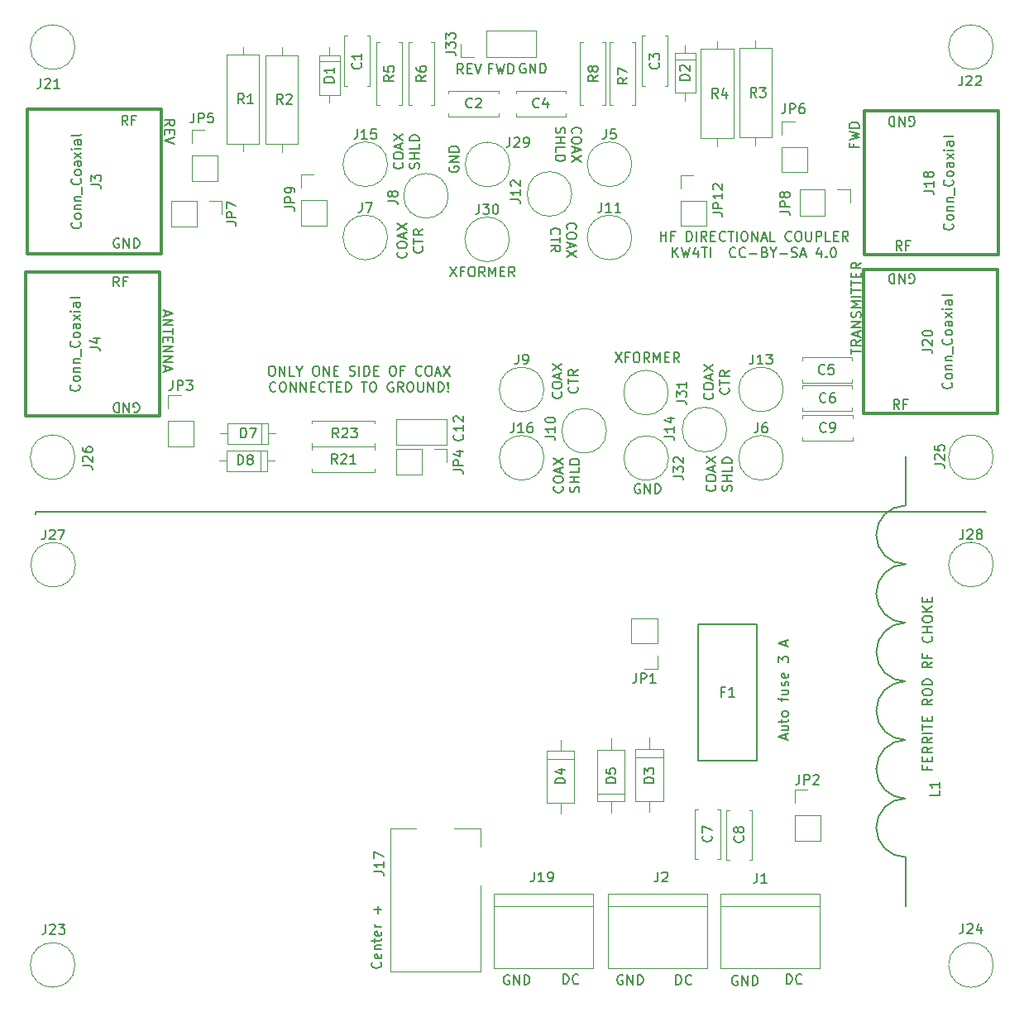
<source format=gbr>
G04 #@! TF.FileFunction,Legend,Top*
%FSLAX46Y46*%
G04 Gerber Fmt 4.6, Leading zero omitted, Abs format (unit mm)*
G04 Created by KiCad (PCBNEW 4.0.7) date 04/12/19 10:09:23*
%MOMM*%
%LPD*%
G01*
G04 APERTURE LIST*
%ADD10C,0.100000*%
%ADD11C,0.150000*%
%ADD12C,0.200000*%
%ADD13C,0.300000*%
%ADD14C,0.120000*%
G04 APERTURE END LIST*
D10*
D11*
X54475119Y-51054072D02*
X54951310Y-50720738D01*
X54475119Y-50482643D02*
X55475119Y-50482643D01*
X55475119Y-50863596D01*
X55427500Y-50958834D01*
X55379881Y-51006453D01*
X55284643Y-51054072D01*
X55141786Y-51054072D01*
X55046548Y-51006453D01*
X54998929Y-50958834D01*
X54951310Y-50863596D01*
X54951310Y-50482643D01*
X54998929Y-51482643D02*
X54998929Y-51815977D01*
X54475119Y-51958834D02*
X54475119Y-51482643D01*
X55475119Y-51482643D01*
X55475119Y-51958834D01*
X55475119Y-52244548D02*
X54475119Y-52577881D01*
X55475119Y-52911215D01*
X125023571Y-52935071D02*
X125023571Y-53268405D01*
X125547381Y-53268405D02*
X124547381Y-53268405D01*
X124547381Y-52792214D01*
X124547381Y-52506500D02*
X125547381Y-52268405D01*
X124833095Y-52077928D01*
X125547381Y-51887452D01*
X124547381Y-51649357D01*
X125547381Y-51268405D02*
X124547381Y-51268405D01*
X124547381Y-51030310D01*
X124595000Y-50887452D01*
X124690238Y-50792214D01*
X124785476Y-50744595D01*
X124975952Y-50696976D01*
X125118810Y-50696976D01*
X125309286Y-50744595D01*
X125404524Y-50792214D01*
X125499762Y-50887452D01*
X125547381Y-51030310D01*
X125547381Y-51268405D01*
X54570333Y-70017071D02*
X54570333Y-70493262D01*
X54284619Y-69921833D02*
X55284619Y-70255166D01*
X54284619Y-70588500D01*
X54284619Y-70921833D02*
X55284619Y-70921833D01*
X54284619Y-71493262D01*
X55284619Y-71493262D01*
X55284619Y-71826595D02*
X55284619Y-72398024D01*
X54284619Y-72112309D02*
X55284619Y-72112309D01*
X54808429Y-72731357D02*
X54808429Y-73064691D01*
X54284619Y-73207548D02*
X54284619Y-72731357D01*
X55284619Y-72731357D01*
X55284619Y-73207548D01*
X54284619Y-73636119D02*
X55284619Y-73636119D01*
X54284619Y-74207548D01*
X55284619Y-74207548D01*
X54284619Y-74683738D02*
X55284619Y-74683738D01*
X54284619Y-75255167D01*
X55284619Y-75255167D01*
X54570333Y-75683738D02*
X54570333Y-76159929D01*
X54284619Y-75588500D02*
X55284619Y-75921833D01*
X54284619Y-76255167D01*
X124737881Y-74461095D02*
X124737881Y-73889666D01*
X125737881Y-74175381D02*
X124737881Y-74175381D01*
X125737881Y-72984904D02*
X125261690Y-73318238D01*
X125737881Y-73556333D02*
X124737881Y-73556333D01*
X124737881Y-73175380D01*
X124785500Y-73080142D01*
X124833119Y-73032523D01*
X124928357Y-72984904D01*
X125071214Y-72984904D01*
X125166452Y-73032523D01*
X125214071Y-73080142D01*
X125261690Y-73175380D01*
X125261690Y-73556333D01*
X125452167Y-72603952D02*
X125452167Y-72127761D01*
X125737881Y-72699190D02*
X124737881Y-72365857D01*
X125737881Y-72032523D01*
X125737881Y-71699190D02*
X124737881Y-71699190D01*
X125737881Y-71127761D01*
X124737881Y-71127761D01*
X125690262Y-70699190D02*
X125737881Y-70556333D01*
X125737881Y-70318237D01*
X125690262Y-70222999D01*
X125642643Y-70175380D01*
X125547405Y-70127761D01*
X125452167Y-70127761D01*
X125356929Y-70175380D01*
X125309310Y-70222999D01*
X125261690Y-70318237D01*
X125214071Y-70508714D01*
X125166452Y-70603952D01*
X125118833Y-70651571D01*
X125023595Y-70699190D01*
X124928357Y-70699190D01*
X124833119Y-70651571D01*
X124785500Y-70603952D01*
X124737881Y-70508714D01*
X124737881Y-70270618D01*
X124785500Y-70127761D01*
X125737881Y-69699190D02*
X124737881Y-69699190D01*
X125452167Y-69365856D01*
X124737881Y-69032523D01*
X125737881Y-69032523D01*
X125737881Y-68556333D02*
X124737881Y-68556333D01*
X124737881Y-68223000D02*
X124737881Y-67651571D01*
X125737881Y-67937286D02*
X124737881Y-67937286D01*
X124737881Y-67461095D02*
X124737881Y-66889666D01*
X125737881Y-67175381D02*
X124737881Y-67175381D01*
X125214071Y-66556333D02*
X125214071Y-66222999D01*
X125737881Y-66080142D02*
X125737881Y-66556333D01*
X124737881Y-66556333D01*
X124737881Y-66080142D01*
X125737881Y-65080142D02*
X125261690Y-65413476D01*
X125737881Y-65651571D02*
X124737881Y-65651571D01*
X124737881Y-65270618D01*
X124785500Y-65175380D01*
X124833119Y-65127761D01*
X124928357Y-65080142D01*
X125071214Y-65080142D01*
X125166452Y-65127761D01*
X125214071Y-65175380D01*
X125261690Y-65270618D01*
X125261690Y-65651571D01*
D12*
X41275000Y-90551000D02*
X41275000Y-90805000D01*
X138557000Y-90551000D02*
X41275000Y-90551000D01*
D11*
X95250095Y-138945881D02*
X95250095Y-137945881D01*
X95488190Y-137945881D01*
X95631048Y-137993500D01*
X95726286Y-138088738D01*
X95773905Y-138183976D01*
X95821524Y-138374452D01*
X95821524Y-138517310D01*
X95773905Y-138707786D01*
X95726286Y-138803024D01*
X95631048Y-138898262D01*
X95488190Y-138945881D01*
X95250095Y-138945881D01*
X96821524Y-138850643D02*
X96773905Y-138898262D01*
X96631048Y-138945881D01*
X96535810Y-138945881D01*
X96392952Y-138898262D01*
X96297714Y-138803024D01*
X96250095Y-138707786D01*
X96202476Y-138517310D01*
X96202476Y-138374452D01*
X96250095Y-138183976D01*
X96297714Y-138088738D01*
X96392952Y-137993500D01*
X96535810Y-137945881D01*
X96631048Y-137945881D01*
X96773905Y-137993500D01*
X96821524Y-138041119D01*
X89725596Y-138057000D02*
X89630358Y-138009381D01*
X89487501Y-138009381D01*
X89344643Y-138057000D01*
X89249405Y-138152238D01*
X89201786Y-138247476D01*
X89154167Y-138437952D01*
X89154167Y-138580810D01*
X89201786Y-138771286D01*
X89249405Y-138866524D01*
X89344643Y-138961762D01*
X89487501Y-139009381D01*
X89582739Y-139009381D01*
X89725596Y-138961762D01*
X89773215Y-138914143D01*
X89773215Y-138580810D01*
X89582739Y-138580810D01*
X90201786Y-139009381D02*
X90201786Y-138009381D01*
X90773215Y-139009381D01*
X90773215Y-138009381D01*
X91249405Y-139009381D02*
X91249405Y-138009381D01*
X91487500Y-138009381D01*
X91630358Y-138057000D01*
X91725596Y-138152238D01*
X91773215Y-138247476D01*
X91820834Y-138437952D01*
X91820834Y-138580810D01*
X91773215Y-138771286D01*
X91725596Y-138866524D01*
X91630358Y-138961762D01*
X91487500Y-139009381D01*
X91249405Y-139009381D01*
X76557143Y-136707238D02*
X76604762Y-136754857D01*
X76652381Y-136897714D01*
X76652381Y-136992952D01*
X76604762Y-137135810D01*
X76509524Y-137231048D01*
X76414286Y-137278667D01*
X76223810Y-137326286D01*
X76080952Y-137326286D01*
X75890476Y-137278667D01*
X75795238Y-137231048D01*
X75700000Y-137135810D01*
X75652381Y-136992952D01*
X75652381Y-136897714D01*
X75700000Y-136754857D01*
X75747619Y-136707238D01*
X76604762Y-135897714D02*
X76652381Y-135992952D01*
X76652381Y-136183429D01*
X76604762Y-136278667D01*
X76509524Y-136326286D01*
X76128571Y-136326286D01*
X76033333Y-136278667D01*
X75985714Y-136183429D01*
X75985714Y-135992952D01*
X76033333Y-135897714D01*
X76128571Y-135850095D01*
X76223810Y-135850095D01*
X76319048Y-136326286D01*
X75985714Y-135421524D02*
X76652381Y-135421524D01*
X76080952Y-135421524D02*
X76033333Y-135373905D01*
X75985714Y-135278667D01*
X75985714Y-135135809D01*
X76033333Y-135040571D01*
X76128571Y-134992952D01*
X76652381Y-134992952D01*
X75985714Y-134659619D02*
X75985714Y-134278667D01*
X75652381Y-134516762D02*
X76509524Y-134516762D01*
X76604762Y-134469143D01*
X76652381Y-134373905D01*
X76652381Y-134278667D01*
X76604762Y-133564380D02*
X76652381Y-133659618D01*
X76652381Y-133850095D01*
X76604762Y-133945333D01*
X76509524Y-133992952D01*
X76128571Y-133992952D01*
X76033333Y-133945333D01*
X75985714Y-133850095D01*
X75985714Y-133659618D01*
X76033333Y-133564380D01*
X76128571Y-133516761D01*
X76223810Y-133516761D01*
X76319048Y-133992952D01*
X76652381Y-133088190D02*
X75985714Y-133088190D01*
X76176190Y-133088190D02*
X76080952Y-133040571D01*
X76033333Y-132992952D01*
X75985714Y-132897714D01*
X75985714Y-132802475D01*
X76271429Y-131707237D02*
X76271429Y-130945332D01*
X76652381Y-131326284D02*
X75890476Y-131326284D01*
X118022667Y-113886620D02*
X118022667Y-113410429D01*
X118308381Y-113981858D02*
X117308381Y-113648525D01*
X118308381Y-113315191D01*
X117641714Y-112553286D02*
X118308381Y-112553286D01*
X117641714Y-112981858D02*
X118165524Y-112981858D01*
X118260762Y-112934239D01*
X118308381Y-112839001D01*
X118308381Y-112696143D01*
X118260762Y-112600905D01*
X118213143Y-112553286D01*
X117641714Y-112219953D02*
X117641714Y-111839001D01*
X117308381Y-112077096D02*
X118165524Y-112077096D01*
X118260762Y-112029477D01*
X118308381Y-111934239D01*
X118308381Y-111839001D01*
X118308381Y-111362810D02*
X118260762Y-111458048D01*
X118213143Y-111505667D01*
X118117905Y-111553286D01*
X117832190Y-111553286D01*
X117736952Y-111505667D01*
X117689333Y-111458048D01*
X117641714Y-111362810D01*
X117641714Y-111219952D01*
X117689333Y-111124714D01*
X117736952Y-111077095D01*
X117832190Y-111029476D01*
X118117905Y-111029476D01*
X118213143Y-111077095D01*
X118260762Y-111124714D01*
X118308381Y-111219952D01*
X118308381Y-111362810D01*
X117641714Y-109981857D02*
X117641714Y-109600905D01*
X118308381Y-109839000D02*
X117451238Y-109839000D01*
X117356000Y-109791381D01*
X117308381Y-109696143D01*
X117308381Y-109600905D01*
X117641714Y-108838999D02*
X118308381Y-108838999D01*
X117641714Y-109267571D02*
X118165524Y-109267571D01*
X118260762Y-109219952D01*
X118308381Y-109124714D01*
X118308381Y-108981856D01*
X118260762Y-108886618D01*
X118213143Y-108838999D01*
X118260762Y-108410428D02*
X118308381Y-108315190D01*
X118308381Y-108124714D01*
X118260762Y-108029475D01*
X118165524Y-107981856D01*
X118117905Y-107981856D01*
X118022667Y-108029475D01*
X117975048Y-108124714D01*
X117975048Y-108267571D01*
X117927429Y-108362809D01*
X117832190Y-108410428D01*
X117784571Y-108410428D01*
X117689333Y-108362809D01*
X117641714Y-108267571D01*
X117641714Y-108124714D01*
X117689333Y-108029475D01*
X118260762Y-107172332D02*
X118308381Y-107267570D01*
X118308381Y-107458047D01*
X118260762Y-107553285D01*
X118165524Y-107600904D01*
X117784571Y-107600904D01*
X117689333Y-107553285D01*
X117641714Y-107458047D01*
X117641714Y-107267570D01*
X117689333Y-107172332D01*
X117784571Y-107124713D01*
X117879810Y-107124713D01*
X117975048Y-107600904D01*
X117308381Y-106029475D02*
X117308381Y-105410427D01*
X117689333Y-105743761D01*
X117689333Y-105600903D01*
X117736952Y-105505665D01*
X117784571Y-105458046D01*
X117879810Y-105410427D01*
X118117905Y-105410427D01*
X118213143Y-105458046D01*
X118260762Y-105505665D01*
X118308381Y-105600903D01*
X118308381Y-105886618D01*
X118260762Y-105981856D01*
X118213143Y-106029475D01*
X118022667Y-104267570D02*
X118022667Y-103791379D01*
X118308381Y-104362808D02*
X117308381Y-104029475D01*
X118308381Y-103696141D01*
X113093596Y-138120500D02*
X112998358Y-138072881D01*
X112855501Y-138072881D01*
X112712643Y-138120500D01*
X112617405Y-138215738D01*
X112569786Y-138310976D01*
X112522167Y-138501452D01*
X112522167Y-138644310D01*
X112569786Y-138834786D01*
X112617405Y-138930024D01*
X112712643Y-139025262D01*
X112855501Y-139072881D01*
X112950739Y-139072881D01*
X113093596Y-139025262D01*
X113141215Y-138977643D01*
X113141215Y-138644310D01*
X112950739Y-138644310D01*
X113569786Y-139072881D02*
X113569786Y-138072881D01*
X114141215Y-139072881D01*
X114141215Y-138072881D01*
X114617405Y-139072881D02*
X114617405Y-138072881D01*
X114855500Y-138072881D01*
X114998358Y-138120500D01*
X115093596Y-138215738D01*
X115141215Y-138310976D01*
X115188834Y-138501452D01*
X115188834Y-138644310D01*
X115141215Y-138834786D01*
X115093596Y-138930024D01*
X114998358Y-139025262D01*
X114855500Y-139072881D01*
X114617405Y-139072881D01*
X106807095Y-139009381D02*
X106807095Y-138009381D01*
X107045190Y-138009381D01*
X107188048Y-138057000D01*
X107283286Y-138152238D01*
X107330905Y-138247476D01*
X107378524Y-138437952D01*
X107378524Y-138580810D01*
X107330905Y-138771286D01*
X107283286Y-138866524D01*
X107188048Y-138961762D01*
X107045190Y-139009381D01*
X106807095Y-139009381D01*
X108378524Y-138914143D02*
X108330905Y-138961762D01*
X108188048Y-139009381D01*
X108092810Y-139009381D01*
X107949952Y-138961762D01*
X107854714Y-138866524D01*
X107807095Y-138771286D01*
X107759476Y-138580810D01*
X107759476Y-138437952D01*
X107807095Y-138247476D01*
X107854714Y-138152238D01*
X107949952Y-138057000D01*
X108092810Y-138009381D01*
X108188048Y-138009381D01*
X108330905Y-138057000D01*
X108378524Y-138104619D01*
X101346096Y-138057000D02*
X101250858Y-138009381D01*
X101108001Y-138009381D01*
X100965143Y-138057000D01*
X100869905Y-138152238D01*
X100822286Y-138247476D01*
X100774667Y-138437952D01*
X100774667Y-138580810D01*
X100822286Y-138771286D01*
X100869905Y-138866524D01*
X100965143Y-138961762D01*
X101108001Y-139009381D01*
X101203239Y-139009381D01*
X101346096Y-138961762D01*
X101393715Y-138914143D01*
X101393715Y-138580810D01*
X101203239Y-138580810D01*
X101822286Y-139009381D02*
X101822286Y-138009381D01*
X102393715Y-139009381D01*
X102393715Y-138009381D01*
X102869905Y-139009381D02*
X102869905Y-138009381D01*
X103108000Y-138009381D01*
X103250858Y-138057000D01*
X103346096Y-138152238D01*
X103393715Y-138247476D01*
X103441334Y-138437952D01*
X103441334Y-138580810D01*
X103393715Y-138771286D01*
X103346096Y-138866524D01*
X103250858Y-138961762D01*
X103108000Y-139009381D01*
X102869905Y-139009381D01*
X132516571Y-116680190D02*
X132516571Y-117013524D01*
X133040381Y-117013524D02*
X132040381Y-117013524D01*
X132040381Y-116537333D01*
X132516571Y-116156381D02*
X132516571Y-115823047D01*
X133040381Y-115680190D02*
X133040381Y-116156381D01*
X132040381Y-116156381D01*
X132040381Y-115680190D01*
X133040381Y-114680190D02*
X132564190Y-115013524D01*
X133040381Y-115251619D02*
X132040381Y-115251619D01*
X132040381Y-114870666D01*
X132088000Y-114775428D01*
X132135619Y-114727809D01*
X132230857Y-114680190D01*
X132373714Y-114680190D01*
X132468952Y-114727809D01*
X132516571Y-114775428D01*
X132564190Y-114870666D01*
X132564190Y-115251619D01*
X133040381Y-113680190D02*
X132564190Y-114013524D01*
X133040381Y-114251619D02*
X132040381Y-114251619D01*
X132040381Y-113870666D01*
X132088000Y-113775428D01*
X132135619Y-113727809D01*
X132230857Y-113680190D01*
X132373714Y-113680190D01*
X132468952Y-113727809D01*
X132516571Y-113775428D01*
X132564190Y-113870666D01*
X132564190Y-114251619D01*
X133040381Y-113251619D02*
X132040381Y-113251619D01*
X132040381Y-112918286D02*
X132040381Y-112346857D01*
X133040381Y-112632572D02*
X132040381Y-112632572D01*
X132516571Y-112013524D02*
X132516571Y-111680190D01*
X133040381Y-111537333D02*
X133040381Y-112013524D01*
X132040381Y-112013524D01*
X132040381Y-111537333D01*
X133040381Y-109775428D02*
X132564190Y-110108762D01*
X133040381Y-110346857D02*
X132040381Y-110346857D01*
X132040381Y-109965904D01*
X132088000Y-109870666D01*
X132135619Y-109823047D01*
X132230857Y-109775428D01*
X132373714Y-109775428D01*
X132468952Y-109823047D01*
X132516571Y-109870666D01*
X132564190Y-109965904D01*
X132564190Y-110346857D01*
X132040381Y-109156381D02*
X132040381Y-108965904D01*
X132088000Y-108870666D01*
X132183238Y-108775428D01*
X132373714Y-108727809D01*
X132707048Y-108727809D01*
X132897524Y-108775428D01*
X132992762Y-108870666D01*
X133040381Y-108965904D01*
X133040381Y-109156381D01*
X132992762Y-109251619D01*
X132897524Y-109346857D01*
X132707048Y-109394476D01*
X132373714Y-109394476D01*
X132183238Y-109346857D01*
X132088000Y-109251619D01*
X132040381Y-109156381D01*
X133040381Y-108299238D02*
X132040381Y-108299238D01*
X132040381Y-108061143D01*
X132088000Y-107918285D01*
X132183238Y-107823047D01*
X132278476Y-107775428D01*
X132468952Y-107727809D01*
X132611810Y-107727809D01*
X132802286Y-107775428D01*
X132897524Y-107823047D01*
X132992762Y-107918285D01*
X133040381Y-108061143D01*
X133040381Y-108299238D01*
X133040381Y-105965904D02*
X132564190Y-106299238D01*
X133040381Y-106537333D02*
X132040381Y-106537333D01*
X132040381Y-106156380D01*
X132088000Y-106061142D01*
X132135619Y-106013523D01*
X132230857Y-105965904D01*
X132373714Y-105965904D01*
X132468952Y-106013523D01*
X132516571Y-106061142D01*
X132564190Y-106156380D01*
X132564190Y-106537333D01*
X132516571Y-105203999D02*
X132516571Y-105537333D01*
X133040381Y-105537333D02*
X132040381Y-105537333D01*
X132040381Y-105061142D01*
X132945143Y-103346856D02*
X132992762Y-103394475D01*
X133040381Y-103537332D01*
X133040381Y-103632570D01*
X132992762Y-103775428D01*
X132897524Y-103870666D01*
X132802286Y-103918285D01*
X132611810Y-103965904D01*
X132468952Y-103965904D01*
X132278476Y-103918285D01*
X132183238Y-103870666D01*
X132088000Y-103775428D01*
X132040381Y-103632570D01*
X132040381Y-103537332D01*
X132088000Y-103394475D01*
X132135619Y-103346856D01*
X133040381Y-102918285D02*
X132040381Y-102918285D01*
X132516571Y-102918285D02*
X132516571Y-102346856D01*
X133040381Y-102346856D02*
X132040381Y-102346856D01*
X132040381Y-101680190D02*
X132040381Y-101489713D01*
X132088000Y-101394475D01*
X132183238Y-101299237D01*
X132373714Y-101251618D01*
X132707048Y-101251618D01*
X132897524Y-101299237D01*
X132992762Y-101394475D01*
X133040381Y-101489713D01*
X133040381Y-101680190D01*
X132992762Y-101775428D01*
X132897524Y-101870666D01*
X132707048Y-101918285D01*
X132373714Y-101918285D01*
X132183238Y-101870666D01*
X132088000Y-101775428D01*
X132040381Y-101680190D01*
X133040381Y-100823047D02*
X132040381Y-100823047D01*
X133040381Y-100251618D02*
X132468952Y-100680190D01*
X132040381Y-100251618D02*
X132611810Y-100823047D01*
X132516571Y-99823047D02*
X132516571Y-99489713D01*
X133040381Y-99346856D02*
X133040381Y-99823047D01*
X132040381Y-99823047D01*
X132040381Y-99346856D01*
X118110095Y-138945881D02*
X118110095Y-137945881D01*
X118348190Y-137945881D01*
X118491048Y-137993500D01*
X118586286Y-138088738D01*
X118633905Y-138183976D01*
X118681524Y-138374452D01*
X118681524Y-138517310D01*
X118633905Y-138707786D01*
X118586286Y-138803024D01*
X118491048Y-138898262D01*
X118348190Y-138945881D01*
X118110095Y-138945881D01*
X119681524Y-138850643D02*
X119633905Y-138898262D01*
X119491048Y-138945881D01*
X119395810Y-138945881D01*
X119252952Y-138898262D01*
X119157714Y-138803024D01*
X119110095Y-138707786D01*
X119062476Y-138517310D01*
X119062476Y-138374452D01*
X119110095Y-138183976D01*
X119157714Y-138088738D01*
X119252952Y-137993500D01*
X119395810Y-137945881D01*
X119491048Y-137945881D01*
X119633905Y-137993500D01*
X119681524Y-138041119D01*
X85026572Y-45727881D02*
X84693238Y-45251690D01*
X84455143Y-45727881D02*
X84455143Y-44727881D01*
X84836096Y-44727881D01*
X84931334Y-44775500D01*
X84978953Y-44823119D01*
X85026572Y-44918357D01*
X85026572Y-45061214D01*
X84978953Y-45156452D01*
X84931334Y-45204071D01*
X84836096Y-45251690D01*
X84455143Y-45251690D01*
X85455143Y-45204071D02*
X85788477Y-45204071D01*
X85931334Y-45727881D02*
X85455143Y-45727881D01*
X85455143Y-44727881D01*
X85931334Y-44727881D01*
X86217048Y-44727881D02*
X86550381Y-45727881D01*
X86883715Y-44727881D01*
X87971429Y-45204071D02*
X87638095Y-45204071D01*
X87638095Y-45727881D02*
X87638095Y-44727881D01*
X88114286Y-44727881D01*
X88400000Y-44727881D02*
X88638095Y-45727881D01*
X88828572Y-45013595D01*
X89019048Y-45727881D01*
X89257143Y-44727881D01*
X89638095Y-45727881D02*
X89638095Y-44727881D01*
X89876190Y-44727881D01*
X90019048Y-44775500D01*
X90114286Y-44870738D01*
X90161905Y-44965976D01*
X90209524Y-45156452D01*
X90209524Y-45299310D01*
X90161905Y-45489786D01*
X90114286Y-45585024D01*
X90019048Y-45680262D01*
X89876190Y-45727881D01*
X89638095Y-45727881D01*
X91384216Y-44706920D02*
X91288978Y-44659301D01*
X91146121Y-44659301D01*
X91003263Y-44706920D01*
X90908025Y-44802158D01*
X90860406Y-44897396D01*
X90812787Y-45087872D01*
X90812787Y-45230730D01*
X90860406Y-45421206D01*
X90908025Y-45516444D01*
X91003263Y-45611682D01*
X91146121Y-45659301D01*
X91241359Y-45659301D01*
X91384216Y-45611682D01*
X91431835Y-45564063D01*
X91431835Y-45230730D01*
X91241359Y-45230730D01*
X91860406Y-45659301D02*
X91860406Y-44659301D01*
X92431835Y-45659301D01*
X92431835Y-44659301D01*
X92908025Y-45659301D02*
X92908025Y-44659301D01*
X93146120Y-44659301D01*
X93288978Y-44706920D01*
X93384216Y-44802158D01*
X93431835Y-44897396D01*
X93479454Y-45087872D01*
X93479454Y-45230730D01*
X93431835Y-45421206D01*
X93384216Y-45516444D01*
X93288978Y-45611682D01*
X93146120Y-45659301D01*
X92908025Y-45659301D01*
X105236571Y-62873381D02*
X105236571Y-61873381D01*
X105236571Y-62349571D02*
X105808000Y-62349571D01*
X105808000Y-62873381D02*
X105808000Y-61873381D01*
X106617524Y-62349571D02*
X106284190Y-62349571D01*
X106284190Y-62873381D02*
X106284190Y-61873381D01*
X106760381Y-61873381D01*
X107903238Y-62873381D02*
X107903238Y-61873381D01*
X108141333Y-61873381D01*
X108284191Y-61921000D01*
X108379429Y-62016238D01*
X108427048Y-62111476D01*
X108474667Y-62301952D01*
X108474667Y-62444810D01*
X108427048Y-62635286D01*
X108379429Y-62730524D01*
X108284191Y-62825762D01*
X108141333Y-62873381D01*
X107903238Y-62873381D01*
X108903238Y-62873381D02*
X108903238Y-61873381D01*
X109950857Y-62873381D02*
X109617523Y-62397190D01*
X109379428Y-62873381D02*
X109379428Y-61873381D01*
X109760381Y-61873381D01*
X109855619Y-61921000D01*
X109903238Y-61968619D01*
X109950857Y-62063857D01*
X109950857Y-62206714D01*
X109903238Y-62301952D01*
X109855619Y-62349571D01*
X109760381Y-62397190D01*
X109379428Y-62397190D01*
X110379428Y-62349571D02*
X110712762Y-62349571D01*
X110855619Y-62873381D02*
X110379428Y-62873381D01*
X110379428Y-61873381D01*
X110855619Y-61873381D01*
X111855619Y-62778143D02*
X111808000Y-62825762D01*
X111665143Y-62873381D01*
X111569905Y-62873381D01*
X111427047Y-62825762D01*
X111331809Y-62730524D01*
X111284190Y-62635286D01*
X111236571Y-62444810D01*
X111236571Y-62301952D01*
X111284190Y-62111476D01*
X111331809Y-62016238D01*
X111427047Y-61921000D01*
X111569905Y-61873381D01*
X111665143Y-61873381D01*
X111808000Y-61921000D01*
X111855619Y-61968619D01*
X112141333Y-61873381D02*
X112712762Y-61873381D01*
X112427047Y-62873381D02*
X112427047Y-61873381D01*
X113046095Y-62873381D02*
X113046095Y-61873381D01*
X113712761Y-61873381D02*
X113903238Y-61873381D01*
X113998476Y-61921000D01*
X114093714Y-62016238D01*
X114141333Y-62206714D01*
X114141333Y-62540048D01*
X114093714Y-62730524D01*
X113998476Y-62825762D01*
X113903238Y-62873381D01*
X113712761Y-62873381D01*
X113617523Y-62825762D01*
X113522285Y-62730524D01*
X113474666Y-62540048D01*
X113474666Y-62206714D01*
X113522285Y-62016238D01*
X113617523Y-61921000D01*
X113712761Y-61873381D01*
X114569904Y-62873381D02*
X114569904Y-61873381D01*
X115141333Y-62873381D01*
X115141333Y-61873381D01*
X115569904Y-62587667D02*
X116046095Y-62587667D01*
X115474666Y-62873381D02*
X115807999Y-61873381D01*
X116141333Y-62873381D01*
X116950857Y-62873381D02*
X116474666Y-62873381D01*
X116474666Y-61873381D01*
X118617524Y-62778143D02*
X118569905Y-62825762D01*
X118427048Y-62873381D01*
X118331810Y-62873381D01*
X118188952Y-62825762D01*
X118093714Y-62730524D01*
X118046095Y-62635286D01*
X117998476Y-62444810D01*
X117998476Y-62301952D01*
X118046095Y-62111476D01*
X118093714Y-62016238D01*
X118188952Y-61921000D01*
X118331810Y-61873381D01*
X118427048Y-61873381D01*
X118569905Y-61921000D01*
X118617524Y-61968619D01*
X119236571Y-61873381D02*
X119427048Y-61873381D01*
X119522286Y-61921000D01*
X119617524Y-62016238D01*
X119665143Y-62206714D01*
X119665143Y-62540048D01*
X119617524Y-62730524D01*
X119522286Y-62825762D01*
X119427048Y-62873381D01*
X119236571Y-62873381D01*
X119141333Y-62825762D01*
X119046095Y-62730524D01*
X118998476Y-62540048D01*
X118998476Y-62206714D01*
X119046095Y-62016238D01*
X119141333Y-61921000D01*
X119236571Y-61873381D01*
X120093714Y-61873381D02*
X120093714Y-62682905D01*
X120141333Y-62778143D01*
X120188952Y-62825762D01*
X120284190Y-62873381D01*
X120474667Y-62873381D01*
X120569905Y-62825762D01*
X120617524Y-62778143D01*
X120665143Y-62682905D01*
X120665143Y-61873381D01*
X121141333Y-62873381D02*
X121141333Y-61873381D01*
X121522286Y-61873381D01*
X121617524Y-61921000D01*
X121665143Y-61968619D01*
X121712762Y-62063857D01*
X121712762Y-62206714D01*
X121665143Y-62301952D01*
X121617524Y-62349571D01*
X121522286Y-62397190D01*
X121141333Y-62397190D01*
X122617524Y-62873381D02*
X122141333Y-62873381D01*
X122141333Y-61873381D01*
X122950857Y-62349571D02*
X123284191Y-62349571D01*
X123427048Y-62873381D02*
X122950857Y-62873381D01*
X122950857Y-61873381D01*
X123427048Y-61873381D01*
X124427048Y-62873381D02*
X124093714Y-62397190D01*
X123855619Y-62873381D02*
X123855619Y-61873381D01*
X124236572Y-61873381D01*
X124331810Y-61921000D01*
X124379429Y-61968619D01*
X124427048Y-62063857D01*
X124427048Y-62206714D01*
X124379429Y-62301952D01*
X124331810Y-62349571D01*
X124236572Y-62397190D01*
X123855619Y-62397190D01*
X106474667Y-64523381D02*
X106474667Y-63523381D01*
X107046096Y-64523381D02*
X106617524Y-63951952D01*
X107046096Y-63523381D02*
X106474667Y-64094810D01*
X107379429Y-63523381D02*
X107617524Y-64523381D01*
X107808001Y-63809095D01*
X107998477Y-64523381D01*
X108236572Y-63523381D01*
X109046096Y-63856714D02*
X109046096Y-64523381D01*
X108808000Y-63475762D02*
X108569905Y-64190048D01*
X109188953Y-64190048D01*
X109427048Y-63523381D02*
X109998477Y-63523381D01*
X109712762Y-64523381D02*
X109712762Y-63523381D01*
X110331810Y-64523381D02*
X110331810Y-63523381D01*
X112903239Y-64428143D02*
X112855620Y-64475762D01*
X112712763Y-64523381D01*
X112617525Y-64523381D01*
X112474667Y-64475762D01*
X112379429Y-64380524D01*
X112331810Y-64285286D01*
X112284191Y-64094810D01*
X112284191Y-63951952D01*
X112331810Y-63761476D01*
X112379429Y-63666238D01*
X112474667Y-63571000D01*
X112617525Y-63523381D01*
X112712763Y-63523381D01*
X112855620Y-63571000D01*
X112903239Y-63618619D01*
X113903239Y-64428143D02*
X113855620Y-64475762D01*
X113712763Y-64523381D01*
X113617525Y-64523381D01*
X113474667Y-64475762D01*
X113379429Y-64380524D01*
X113331810Y-64285286D01*
X113284191Y-64094810D01*
X113284191Y-63951952D01*
X113331810Y-63761476D01*
X113379429Y-63666238D01*
X113474667Y-63571000D01*
X113617525Y-63523381D01*
X113712763Y-63523381D01*
X113855620Y-63571000D01*
X113903239Y-63618619D01*
X114331810Y-64142429D02*
X115093715Y-64142429D01*
X115903239Y-63999571D02*
X116046096Y-64047190D01*
X116093715Y-64094810D01*
X116141334Y-64190048D01*
X116141334Y-64332905D01*
X116093715Y-64428143D01*
X116046096Y-64475762D01*
X115950858Y-64523381D01*
X115569905Y-64523381D01*
X115569905Y-63523381D01*
X115903239Y-63523381D01*
X115998477Y-63571000D01*
X116046096Y-63618619D01*
X116093715Y-63713857D01*
X116093715Y-63809095D01*
X116046096Y-63904333D01*
X115998477Y-63951952D01*
X115903239Y-63999571D01*
X115569905Y-63999571D01*
X116760381Y-64047190D02*
X116760381Y-64523381D01*
X116427048Y-63523381D02*
X116760381Y-64047190D01*
X117093715Y-63523381D01*
X117427048Y-64142429D02*
X118188953Y-64142429D01*
X118617524Y-64475762D02*
X118760381Y-64523381D01*
X118998477Y-64523381D01*
X119093715Y-64475762D01*
X119141334Y-64428143D01*
X119188953Y-64332905D01*
X119188953Y-64237667D01*
X119141334Y-64142429D01*
X119093715Y-64094810D01*
X118998477Y-64047190D01*
X118808000Y-63999571D01*
X118712762Y-63951952D01*
X118665143Y-63904333D01*
X118617524Y-63809095D01*
X118617524Y-63713857D01*
X118665143Y-63618619D01*
X118712762Y-63571000D01*
X118808000Y-63523381D01*
X119046096Y-63523381D01*
X119188953Y-63571000D01*
X119569905Y-64237667D02*
X120046096Y-64237667D01*
X119474667Y-64523381D02*
X119808000Y-63523381D01*
X120141334Y-64523381D01*
X121665144Y-63856714D02*
X121665144Y-64523381D01*
X121427048Y-63475762D02*
X121188953Y-64190048D01*
X121808001Y-64190048D01*
X122188953Y-64428143D02*
X122236572Y-64475762D01*
X122188953Y-64523381D01*
X122141334Y-64475762D01*
X122188953Y-64428143D01*
X122188953Y-64523381D01*
X122855619Y-63523381D02*
X122950858Y-63523381D01*
X123046096Y-63571000D01*
X123093715Y-63618619D01*
X123141334Y-63713857D01*
X123188953Y-63904333D01*
X123188953Y-64142429D01*
X123141334Y-64332905D01*
X123093715Y-64428143D01*
X123046096Y-64475762D01*
X122950858Y-64523381D01*
X122855619Y-64523381D01*
X122760381Y-64475762D01*
X122712762Y-64428143D01*
X122665143Y-64332905D01*
X122617524Y-64142429D01*
X122617524Y-63904333D01*
X122665143Y-63713857D01*
X122712762Y-63618619D01*
X122760381Y-63571000D01*
X122855619Y-63523381D01*
X49784096Y-62619000D02*
X49688858Y-62571381D01*
X49546001Y-62571381D01*
X49403143Y-62619000D01*
X49307905Y-62714238D01*
X49260286Y-62809476D01*
X49212667Y-62999952D01*
X49212667Y-63142810D01*
X49260286Y-63333286D01*
X49307905Y-63428524D01*
X49403143Y-63523762D01*
X49546001Y-63571381D01*
X49641239Y-63571381D01*
X49784096Y-63523762D01*
X49831715Y-63476143D01*
X49831715Y-63142810D01*
X49641239Y-63142810D01*
X50260286Y-63571381D02*
X50260286Y-62571381D01*
X50831715Y-63571381D01*
X50831715Y-62571381D01*
X51307905Y-63571381D02*
X51307905Y-62571381D01*
X51546000Y-62571381D01*
X51688858Y-62619000D01*
X51784096Y-62714238D01*
X51831715Y-62809476D01*
X51879334Y-62999952D01*
X51879334Y-63142810D01*
X51831715Y-63333286D01*
X51784096Y-63428524D01*
X51688858Y-63523762D01*
X51546000Y-63571381D01*
X51307905Y-63571381D01*
X51307904Y-80383000D02*
X51403142Y-80430619D01*
X51545999Y-80430619D01*
X51688857Y-80383000D01*
X51784095Y-80287762D01*
X51831714Y-80192524D01*
X51879333Y-80002048D01*
X51879333Y-79859190D01*
X51831714Y-79668714D01*
X51784095Y-79573476D01*
X51688857Y-79478238D01*
X51545999Y-79430619D01*
X51450761Y-79430619D01*
X51307904Y-79478238D01*
X51260285Y-79525857D01*
X51260285Y-79859190D01*
X51450761Y-79859190D01*
X50831714Y-79430619D02*
X50831714Y-80430619D01*
X50260285Y-79430619D01*
X50260285Y-80430619D01*
X49784095Y-79430619D02*
X49784095Y-80430619D01*
X49546000Y-80430619D01*
X49403142Y-80383000D01*
X49307904Y-80287762D01*
X49260285Y-80192524D01*
X49212666Y-80002048D01*
X49212666Y-79859190D01*
X49260285Y-79668714D01*
X49307904Y-79573476D01*
X49403142Y-79478238D01*
X49546000Y-79430619D01*
X49784095Y-79430619D01*
X130682904Y-67175000D02*
X130778142Y-67222619D01*
X130920999Y-67222619D01*
X131063857Y-67175000D01*
X131159095Y-67079762D01*
X131206714Y-66984524D01*
X131254333Y-66794048D01*
X131254333Y-66651190D01*
X131206714Y-66460714D01*
X131159095Y-66365476D01*
X131063857Y-66270238D01*
X130920999Y-66222619D01*
X130825761Y-66222619D01*
X130682904Y-66270238D01*
X130635285Y-66317857D01*
X130635285Y-66651190D01*
X130825761Y-66651190D01*
X130206714Y-66222619D02*
X130206714Y-67222619D01*
X129635285Y-66222619D01*
X129635285Y-67222619D01*
X129159095Y-66222619D02*
X129159095Y-67222619D01*
X128921000Y-67222619D01*
X128778142Y-67175000D01*
X128682904Y-67079762D01*
X128635285Y-66984524D01*
X128587666Y-66794048D01*
X128587666Y-66651190D01*
X128635285Y-66460714D01*
X128682904Y-66365476D01*
X128778142Y-66270238D01*
X128921000Y-66222619D01*
X129159095Y-66222619D01*
X130682904Y-51046000D02*
X130778142Y-51093619D01*
X130920999Y-51093619D01*
X131063857Y-51046000D01*
X131159095Y-50950762D01*
X131206714Y-50855524D01*
X131254333Y-50665048D01*
X131254333Y-50522190D01*
X131206714Y-50331714D01*
X131159095Y-50236476D01*
X131063857Y-50141238D01*
X130920999Y-50093619D01*
X130825761Y-50093619D01*
X130682904Y-50141238D01*
X130635285Y-50188857D01*
X130635285Y-50522190D01*
X130825761Y-50522190D01*
X130206714Y-50093619D02*
X130206714Y-51093619D01*
X129635285Y-50093619D01*
X129635285Y-51093619D01*
X129159095Y-50093619D02*
X129159095Y-51093619D01*
X128921000Y-51093619D01*
X128778142Y-51046000D01*
X128682904Y-50950762D01*
X128635285Y-50855524D01*
X128587666Y-50665048D01*
X128587666Y-50522190D01*
X128635285Y-50331714D01*
X128682904Y-50236476D01*
X128778142Y-50141238D01*
X128921000Y-50093619D01*
X129159095Y-50093619D01*
X129928953Y-63825381D02*
X129595619Y-63349190D01*
X129357524Y-63825381D02*
X129357524Y-62825381D01*
X129738477Y-62825381D01*
X129833715Y-62873000D01*
X129881334Y-62920619D01*
X129928953Y-63015857D01*
X129928953Y-63158714D01*
X129881334Y-63253952D01*
X129833715Y-63301571D01*
X129738477Y-63349190D01*
X129357524Y-63349190D01*
X130690858Y-63301571D02*
X130357524Y-63301571D01*
X130357524Y-63825381D02*
X130357524Y-62825381D01*
X130833715Y-62825381D01*
X129674953Y-80081381D02*
X129341619Y-79605190D01*
X129103524Y-80081381D02*
X129103524Y-79081381D01*
X129484477Y-79081381D01*
X129579715Y-79129000D01*
X129627334Y-79176619D01*
X129674953Y-79271857D01*
X129674953Y-79414714D01*
X129627334Y-79509952D01*
X129579715Y-79557571D01*
X129484477Y-79605190D01*
X129103524Y-79605190D01*
X130436858Y-79557571D02*
X130103524Y-79557571D01*
X130103524Y-80081381D02*
X130103524Y-79081381D01*
X130579715Y-79081381D01*
X49791953Y-67508381D02*
X49458619Y-67032190D01*
X49220524Y-67508381D02*
X49220524Y-66508381D01*
X49601477Y-66508381D01*
X49696715Y-66556000D01*
X49744334Y-66603619D01*
X49791953Y-66698857D01*
X49791953Y-66841714D01*
X49744334Y-66936952D01*
X49696715Y-66984571D01*
X49601477Y-67032190D01*
X49220524Y-67032190D01*
X50553858Y-66984571D02*
X50220524Y-66984571D01*
X50220524Y-67508381D02*
X50220524Y-66508381D01*
X50696715Y-66508381D01*
X50680953Y-50998381D02*
X50347619Y-50522190D01*
X50109524Y-50998381D02*
X50109524Y-49998381D01*
X50490477Y-49998381D01*
X50585715Y-50046000D01*
X50633334Y-50093619D01*
X50680953Y-50188857D01*
X50680953Y-50331714D01*
X50633334Y-50426952D01*
X50585715Y-50474571D01*
X50490477Y-50522190D01*
X50109524Y-50522190D01*
X51442858Y-50474571D02*
X51109524Y-50474571D01*
X51109524Y-50998381D02*
X51109524Y-49998381D01*
X51585715Y-49998381D01*
X65347390Y-75665581D02*
X65537867Y-75665581D01*
X65633105Y-75713200D01*
X65728343Y-75808438D01*
X65775962Y-75998914D01*
X65775962Y-76332248D01*
X65728343Y-76522724D01*
X65633105Y-76617962D01*
X65537867Y-76665581D01*
X65347390Y-76665581D01*
X65252152Y-76617962D01*
X65156914Y-76522724D01*
X65109295Y-76332248D01*
X65109295Y-75998914D01*
X65156914Y-75808438D01*
X65252152Y-75713200D01*
X65347390Y-75665581D01*
X66204533Y-76665581D02*
X66204533Y-75665581D01*
X66775962Y-76665581D01*
X66775962Y-75665581D01*
X67728343Y-76665581D02*
X67252152Y-76665581D01*
X67252152Y-75665581D01*
X68252152Y-76189390D02*
X68252152Y-76665581D01*
X67918819Y-75665581D02*
X68252152Y-76189390D01*
X68585486Y-75665581D01*
X69871200Y-75665581D02*
X70061677Y-75665581D01*
X70156915Y-75713200D01*
X70252153Y-75808438D01*
X70299772Y-75998914D01*
X70299772Y-76332248D01*
X70252153Y-76522724D01*
X70156915Y-76617962D01*
X70061677Y-76665581D01*
X69871200Y-76665581D01*
X69775962Y-76617962D01*
X69680724Y-76522724D01*
X69633105Y-76332248D01*
X69633105Y-75998914D01*
X69680724Y-75808438D01*
X69775962Y-75713200D01*
X69871200Y-75665581D01*
X70728343Y-76665581D02*
X70728343Y-75665581D01*
X71299772Y-76665581D01*
X71299772Y-75665581D01*
X71775962Y-76141771D02*
X72109296Y-76141771D01*
X72252153Y-76665581D02*
X71775962Y-76665581D01*
X71775962Y-75665581D01*
X72252153Y-75665581D01*
X73395010Y-76617962D02*
X73537867Y-76665581D01*
X73775963Y-76665581D01*
X73871201Y-76617962D01*
X73918820Y-76570343D01*
X73966439Y-76475105D01*
X73966439Y-76379867D01*
X73918820Y-76284629D01*
X73871201Y-76237010D01*
X73775963Y-76189390D01*
X73585486Y-76141771D01*
X73490248Y-76094152D01*
X73442629Y-76046533D01*
X73395010Y-75951295D01*
X73395010Y-75856057D01*
X73442629Y-75760819D01*
X73490248Y-75713200D01*
X73585486Y-75665581D01*
X73823582Y-75665581D01*
X73966439Y-75713200D01*
X74395010Y-76665581D02*
X74395010Y-75665581D01*
X74871200Y-76665581D02*
X74871200Y-75665581D01*
X75109295Y-75665581D01*
X75252153Y-75713200D01*
X75347391Y-75808438D01*
X75395010Y-75903676D01*
X75442629Y-76094152D01*
X75442629Y-76237010D01*
X75395010Y-76427486D01*
X75347391Y-76522724D01*
X75252153Y-76617962D01*
X75109295Y-76665581D01*
X74871200Y-76665581D01*
X75871200Y-76141771D02*
X76204534Y-76141771D01*
X76347391Y-76665581D02*
X75871200Y-76665581D01*
X75871200Y-75665581D01*
X76347391Y-75665581D01*
X77728343Y-75665581D02*
X77918820Y-75665581D01*
X78014058Y-75713200D01*
X78109296Y-75808438D01*
X78156915Y-75998914D01*
X78156915Y-76332248D01*
X78109296Y-76522724D01*
X78014058Y-76617962D01*
X77918820Y-76665581D01*
X77728343Y-76665581D01*
X77633105Y-76617962D01*
X77537867Y-76522724D01*
X77490248Y-76332248D01*
X77490248Y-75998914D01*
X77537867Y-75808438D01*
X77633105Y-75713200D01*
X77728343Y-75665581D01*
X78918820Y-76141771D02*
X78585486Y-76141771D01*
X78585486Y-76665581D02*
X78585486Y-75665581D01*
X79061677Y-75665581D01*
X80775963Y-76570343D02*
X80728344Y-76617962D01*
X80585487Y-76665581D01*
X80490249Y-76665581D01*
X80347391Y-76617962D01*
X80252153Y-76522724D01*
X80204534Y-76427486D01*
X80156915Y-76237010D01*
X80156915Y-76094152D01*
X80204534Y-75903676D01*
X80252153Y-75808438D01*
X80347391Y-75713200D01*
X80490249Y-75665581D01*
X80585487Y-75665581D01*
X80728344Y-75713200D01*
X80775963Y-75760819D01*
X81395010Y-75665581D02*
X81585487Y-75665581D01*
X81680725Y-75713200D01*
X81775963Y-75808438D01*
X81823582Y-75998914D01*
X81823582Y-76332248D01*
X81775963Y-76522724D01*
X81680725Y-76617962D01*
X81585487Y-76665581D01*
X81395010Y-76665581D01*
X81299772Y-76617962D01*
X81204534Y-76522724D01*
X81156915Y-76332248D01*
X81156915Y-75998914D01*
X81204534Y-75808438D01*
X81299772Y-75713200D01*
X81395010Y-75665581D01*
X82204534Y-76379867D02*
X82680725Y-76379867D01*
X82109296Y-76665581D02*
X82442629Y-75665581D01*
X82775963Y-76665581D01*
X83014058Y-75665581D02*
X83680725Y-76665581D01*
X83680725Y-75665581D02*
X83014058Y-76665581D01*
X65847391Y-78220343D02*
X65799772Y-78267962D01*
X65656915Y-78315581D01*
X65561677Y-78315581D01*
X65418819Y-78267962D01*
X65323581Y-78172724D01*
X65275962Y-78077486D01*
X65228343Y-77887010D01*
X65228343Y-77744152D01*
X65275962Y-77553676D01*
X65323581Y-77458438D01*
X65418819Y-77363200D01*
X65561677Y-77315581D01*
X65656915Y-77315581D01*
X65799772Y-77363200D01*
X65847391Y-77410819D01*
X66466438Y-77315581D02*
X66656915Y-77315581D01*
X66752153Y-77363200D01*
X66847391Y-77458438D01*
X66895010Y-77648914D01*
X66895010Y-77982248D01*
X66847391Y-78172724D01*
X66752153Y-78267962D01*
X66656915Y-78315581D01*
X66466438Y-78315581D01*
X66371200Y-78267962D01*
X66275962Y-78172724D01*
X66228343Y-77982248D01*
X66228343Y-77648914D01*
X66275962Y-77458438D01*
X66371200Y-77363200D01*
X66466438Y-77315581D01*
X67323581Y-78315581D02*
X67323581Y-77315581D01*
X67895010Y-78315581D01*
X67895010Y-77315581D01*
X68371200Y-78315581D02*
X68371200Y-77315581D01*
X68942629Y-78315581D01*
X68942629Y-77315581D01*
X69418819Y-77791771D02*
X69752153Y-77791771D01*
X69895010Y-78315581D02*
X69418819Y-78315581D01*
X69418819Y-77315581D01*
X69895010Y-77315581D01*
X70895010Y-78220343D02*
X70847391Y-78267962D01*
X70704534Y-78315581D01*
X70609296Y-78315581D01*
X70466438Y-78267962D01*
X70371200Y-78172724D01*
X70323581Y-78077486D01*
X70275962Y-77887010D01*
X70275962Y-77744152D01*
X70323581Y-77553676D01*
X70371200Y-77458438D01*
X70466438Y-77363200D01*
X70609296Y-77315581D01*
X70704534Y-77315581D01*
X70847391Y-77363200D01*
X70895010Y-77410819D01*
X71180724Y-77315581D02*
X71752153Y-77315581D01*
X71466438Y-78315581D02*
X71466438Y-77315581D01*
X72085486Y-77791771D02*
X72418820Y-77791771D01*
X72561677Y-78315581D02*
X72085486Y-78315581D01*
X72085486Y-77315581D01*
X72561677Y-77315581D01*
X72990248Y-78315581D02*
X72990248Y-77315581D01*
X73228343Y-77315581D01*
X73371201Y-77363200D01*
X73466439Y-77458438D01*
X73514058Y-77553676D01*
X73561677Y-77744152D01*
X73561677Y-77887010D01*
X73514058Y-78077486D01*
X73466439Y-78172724D01*
X73371201Y-78267962D01*
X73228343Y-78315581D01*
X72990248Y-78315581D01*
X74609296Y-77315581D02*
X75180725Y-77315581D01*
X74895010Y-78315581D02*
X74895010Y-77315581D01*
X75704534Y-77315581D02*
X75895011Y-77315581D01*
X75990249Y-77363200D01*
X76085487Y-77458438D01*
X76133106Y-77648914D01*
X76133106Y-77982248D01*
X76085487Y-78172724D01*
X75990249Y-78267962D01*
X75895011Y-78315581D01*
X75704534Y-78315581D01*
X75609296Y-78267962D01*
X75514058Y-78172724D01*
X75466439Y-77982248D01*
X75466439Y-77648914D01*
X75514058Y-77458438D01*
X75609296Y-77363200D01*
X75704534Y-77315581D01*
X77847392Y-77363200D02*
X77752154Y-77315581D01*
X77609297Y-77315581D01*
X77466439Y-77363200D01*
X77371201Y-77458438D01*
X77323582Y-77553676D01*
X77275963Y-77744152D01*
X77275963Y-77887010D01*
X77323582Y-78077486D01*
X77371201Y-78172724D01*
X77466439Y-78267962D01*
X77609297Y-78315581D01*
X77704535Y-78315581D01*
X77847392Y-78267962D01*
X77895011Y-78220343D01*
X77895011Y-77887010D01*
X77704535Y-77887010D01*
X78895011Y-78315581D02*
X78561677Y-77839390D01*
X78323582Y-78315581D02*
X78323582Y-77315581D01*
X78704535Y-77315581D01*
X78799773Y-77363200D01*
X78847392Y-77410819D01*
X78895011Y-77506057D01*
X78895011Y-77648914D01*
X78847392Y-77744152D01*
X78799773Y-77791771D01*
X78704535Y-77839390D01*
X78323582Y-77839390D01*
X79514058Y-77315581D02*
X79704535Y-77315581D01*
X79799773Y-77363200D01*
X79895011Y-77458438D01*
X79942630Y-77648914D01*
X79942630Y-77982248D01*
X79895011Y-78172724D01*
X79799773Y-78267962D01*
X79704535Y-78315581D01*
X79514058Y-78315581D01*
X79418820Y-78267962D01*
X79323582Y-78172724D01*
X79275963Y-77982248D01*
X79275963Y-77648914D01*
X79323582Y-77458438D01*
X79418820Y-77363200D01*
X79514058Y-77315581D01*
X80371201Y-77315581D02*
X80371201Y-78125105D01*
X80418820Y-78220343D01*
X80466439Y-78267962D01*
X80561677Y-78315581D01*
X80752154Y-78315581D01*
X80847392Y-78267962D01*
X80895011Y-78220343D01*
X80942630Y-78125105D01*
X80942630Y-77315581D01*
X81418820Y-78315581D02*
X81418820Y-77315581D01*
X81990249Y-78315581D01*
X81990249Y-77315581D01*
X82466439Y-78315581D02*
X82466439Y-77315581D01*
X82704534Y-77315581D01*
X82847392Y-77363200D01*
X82942630Y-77458438D01*
X82990249Y-77553676D01*
X83037868Y-77744152D01*
X83037868Y-77887010D01*
X82990249Y-78077486D01*
X82942630Y-78172724D01*
X82847392Y-78267962D01*
X82704534Y-78315581D01*
X82466439Y-78315581D01*
X83466439Y-78220343D02*
X83514058Y-78267962D01*
X83466439Y-78315581D01*
X83418820Y-78267962D01*
X83466439Y-78220343D01*
X83466439Y-78315581D01*
X83466439Y-77934629D02*
X83418820Y-77363200D01*
X83466439Y-77315581D01*
X83514058Y-77363200D01*
X83466439Y-77934629D01*
X83466439Y-77315581D01*
X83710876Y-65492381D02*
X84377543Y-66492381D01*
X84377543Y-65492381D02*
X83710876Y-66492381D01*
X85091829Y-65968571D02*
X84758495Y-65968571D01*
X84758495Y-66492381D02*
X84758495Y-65492381D01*
X85234686Y-65492381D01*
X85806114Y-65492381D02*
X85996591Y-65492381D01*
X86091829Y-65540000D01*
X86187067Y-65635238D01*
X86234686Y-65825714D01*
X86234686Y-66159048D01*
X86187067Y-66349524D01*
X86091829Y-66444762D01*
X85996591Y-66492381D01*
X85806114Y-66492381D01*
X85710876Y-66444762D01*
X85615638Y-66349524D01*
X85568019Y-66159048D01*
X85568019Y-65825714D01*
X85615638Y-65635238D01*
X85710876Y-65540000D01*
X85806114Y-65492381D01*
X87234686Y-66492381D02*
X86901352Y-66016190D01*
X86663257Y-66492381D02*
X86663257Y-65492381D01*
X87044210Y-65492381D01*
X87139448Y-65540000D01*
X87187067Y-65587619D01*
X87234686Y-65682857D01*
X87234686Y-65825714D01*
X87187067Y-65920952D01*
X87139448Y-65968571D01*
X87044210Y-66016190D01*
X86663257Y-66016190D01*
X87663257Y-66492381D02*
X87663257Y-65492381D01*
X87996591Y-66206667D01*
X88329924Y-65492381D01*
X88329924Y-66492381D01*
X88806114Y-65968571D02*
X89139448Y-65968571D01*
X89282305Y-66492381D02*
X88806114Y-66492381D01*
X88806114Y-65492381D01*
X89282305Y-65492381D01*
X90282305Y-66492381D02*
X89948971Y-66016190D01*
X89710876Y-66492381D02*
X89710876Y-65492381D01*
X90091829Y-65492381D01*
X90187067Y-65540000D01*
X90234686Y-65587619D01*
X90282305Y-65682857D01*
X90282305Y-65825714D01*
X90234686Y-65920952D01*
X90187067Y-65968571D01*
X90091829Y-66016190D01*
X89710876Y-66016190D01*
X110784143Y-87860047D02*
X110831762Y-87907666D01*
X110879381Y-88050523D01*
X110879381Y-88145761D01*
X110831762Y-88288619D01*
X110736524Y-88383857D01*
X110641286Y-88431476D01*
X110450810Y-88479095D01*
X110307952Y-88479095D01*
X110117476Y-88431476D01*
X110022238Y-88383857D01*
X109927000Y-88288619D01*
X109879381Y-88145761D01*
X109879381Y-88050523D01*
X109927000Y-87907666D01*
X109974619Y-87860047D01*
X109879381Y-87241000D02*
X109879381Y-87050523D01*
X109927000Y-86955285D01*
X110022238Y-86860047D01*
X110212714Y-86812428D01*
X110546048Y-86812428D01*
X110736524Y-86860047D01*
X110831762Y-86955285D01*
X110879381Y-87050523D01*
X110879381Y-87241000D01*
X110831762Y-87336238D01*
X110736524Y-87431476D01*
X110546048Y-87479095D01*
X110212714Y-87479095D01*
X110022238Y-87431476D01*
X109927000Y-87336238D01*
X109879381Y-87241000D01*
X110593667Y-86431476D02*
X110593667Y-85955285D01*
X110879381Y-86526714D02*
X109879381Y-86193381D01*
X110879381Y-85860047D01*
X109879381Y-85621952D02*
X110879381Y-84955285D01*
X109879381Y-84955285D02*
X110879381Y-85621952D01*
X112481762Y-88455286D02*
X112529381Y-88312429D01*
X112529381Y-88074333D01*
X112481762Y-87979095D01*
X112434143Y-87931476D01*
X112338905Y-87883857D01*
X112243667Y-87883857D01*
X112148429Y-87931476D01*
X112100810Y-87979095D01*
X112053190Y-88074333D01*
X112005571Y-88264810D01*
X111957952Y-88360048D01*
X111910333Y-88407667D01*
X111815095Y-88455286D01*
X111719857Y-88455286D01*
X111624619Y-88407667D01*
X111577000Y-88360048D01*
X111529381Y-88264810D01*
X111529381Y-88026714D01*
X111577000Y-87883857D01*
X112529381Y-87455286D02*
X111529381Y-87455286D01*
X112005571Y-87455286D02*
X112005571Y-86883857D01*
X112529381Y-86883857D02*
X111529381Y-86883857D01*
X112529381Y-85931476D02*
X112529381Y-86407667D01*
X111529381Y-86407667D01*
X112529381Y-85598143D02*
X111529381Y-85598143D01*
X111529381Y-85360048D01*
X111577000Y-85217190D01*
X111672238Y-85121952D01*
X111767476Y-85074333D01*
X111957952Y-85026714D01*
X112100810Y-85026714D01*
X112291286Y-85074333D01*
X112386524Y-85121952D01*
X112481762Y-85217190D01*
X112529381Y-85360048D01*
X112529381Y-85598143D01*
X110530143Y-78462047D02*
X110577762Y-78509666D01*
X110625381Y-78652523D01*
X110625381Y-78747761D01*
X110577762Y-78890619D01*
X110482524Y-78985857D01*
X110387286Y-79033476D01*
X110196810Y-79081095D01*
X110053952Y-79081095D01*
X109863476Y-79033476D01*
X109768238Y-78985857D01*
X109673000Y-78890619D01*
X109625381Y-78747761D01*
X109625381Y-78652523D01*
X109673000Y-78509666D01*
X109720619Y-78462047D01*
X109625381Y-77843000D02*
X109625381Y-77652523D01*
X109673000Y-77557285D01*
X109768238Y-77462047D01*
X109958714Y-77414428D01*
X110292048Y-77414428D01*
X110482524Y-77462047D01*
X110577762Y-77557285D01*
X110625381Y-77652523D01*
X110625381Y-77843000D01*
X110577762Y-77938238D01*
X110482524Y-78033476D01*
X110292048Y-78081095D01*
X109958714Y-78081095D01*
X109768238Y-78033476D01*
X109673000Y-77938238D01*
X109625381Y-77843000D01*
X110339667Y-77033476D02*
X110339667Y-76557285D01*
X110625381Y-77128714D02*
X109625381Y-76795381D01*
X110625381Y-76462047D01*
X109625381Y-76223952D02*
X110625381Y-75557285D01*
X109625381Y-75557285D02*
X110625381Y-76223952D01*
X112180143Y-77914428D02*
X112227762Y-77962047D01*
X112275381Y-78104904D01*
X112275381Y-78200142D01*
X112227762Y-78343000D01*
X112132524Y-78438238D01*
X112037286Y-78485857D01*
X111846810Y-78533476D01*
X111703952Y-78533476D01*
X111513476Y-78485857D01*
X111418238Y-78438238D01*
X111323000Y-78343000D01*
X111275381Y-78200142D01*
X111275381Y-78104904D01*
X111323000Y-77962047D01*
X111370619Y-77914428D01*
X111275381Y-77628714D02*
X111275381Y-77057285D01*
X112275381Y-77343000D02*
X111275381Y-77343000D01*
X112275381Y-76152523D02*
X111799190Y-76485857D01*
X112275381Y-76723952D02*
X111275381Y-76723952D01*
X111275381Y-76342999D01*
X111323000Y-76247761D01*
X111370619Y-76200142D01*
X111465857Y-76152523D01*
X111608714Y-76152523D01*
X111703952Y-76200142D01*
X111751571Y-76247761D01*
X111799190Y-76342999D01*
X111799190Y-76723952D01*
X95163143Y-87987047D02*
X95210762Y-88034666D01*
X95258381Y-88177523D01*
X95258381Y-88272761D01*
X95210762Y-88415619D01*
X95115524Y-88510857D01*
X95020286Y-88558476D01*
X94829810Y-88606095D01*
X94686952Y-88606095D01*
X94496476Y-88558476D01*
X94401238Y-88510857D01*
X94306000Y-88415619D01*
X94258381Y-88272761D01*
X94258381Y-88177523D01*
X94306000Y-88034666D01*
X94353619Y-87987047D01*
X94258381Y-87368000D02*
X94258381Y-87177523D01*
X94306000Y-87082285D01*
X94401238Y-86987047D01*
X94591714Y-86939428D01*
X94925048Y-86939428D01*
X95115524Y-86987047D01*
X95210762Y-87082285D01*
X95258381Y-87177523D01*
X95258381Y-87368000D01*
X95210762Y-87463238D01*
X95115524Y-87558476D01*
X94925048Y-87606095D01*
X94591714Y-87606095D01*
X94401238Y-87558476D01*
X94306000Y-87463238D01*
X94258381Y-87368000D01*
X94972667Y-86558476D02*
X94972667Y-86082285D01*
X95258381Y-86653714D02*
X94258381Y-86320381D01*
X95258381Y-85987047D01*
X94258381Y-85748952D02*
X95258381Y-85082285D01*
X94258381Y-85082285D02*
X95258381Y-85748952D01*
X96860762Y-88582286D02*
X96908381Y-88439429D01*
X96908381Y-88201333D01*
X96860762Y-88106095D01*
X96813143Y-88058476D01*
X96717905Y-88010857D01*
X96622667Y-88010857D01*
X96527429Y-88058476D01*
X96479810Y-88106095D01*
X96432190Y-88201333D01*
X96384571Y-88391810D01*
X96336952Y-88487048D01*
X96289333Y-88534667D01*
X96194095Y-88582286D01*
X96098857Y-88582286D01*
X96003619Y-88534667D01*
X95956000Y-88487048D01*
X95908381Y-88391810D01*
X95908381Y-88153714D01*
X95956000Y-88010857D01*
X96908381Y-87582286D02*
X95908381Y-87582286D01*
X96384571Y-87582286D02*
X96384571Y-87010857D01*
X96908381Y-87010857D02*
X95908381Y-87010857D01*
X96908381Y-86058476D02*
X96908381Y-86534667D01*
X95908381Y-86534667D01*
X96908381Y-85725143D02*
X95908381Y-85725143D01*
X95908381Y-85487048D01*
X95956000Y-85344190D01*
X96051238Y-85248952D01*
X96146476Y-85201333D01*
X96336952Y-85153714D01*
X96479810Y-85153714D01*
X96670286Y-85201333D01*
X96765524Y-85248952D01*
X96860762Y-85344190D01*
X96908381Y-85487048D01*
X96908381Y-85725143D01*
X95036143Y-78335047D02*
X95083762Y-78382666D01*
X95131381Y-78525523D01*
X95131381Y-78620761D01*
X95083762Y-78763619D01*
X94988524Y-78858857D01*
X94893286Y-78906476D01*
X94702810Y-78954095D01*
X94559952Y-78954095D01*
X94369476Y-78906476D01*
X94274238Y-78858857D01*
X94179000Y-78763619D01*
X94131381Y-78620761D01*
X94131381Y-78525523D01*
X94179000Y-78382666D01*
X94226619Y-78335047D01*
X94131381Y-77716000D02*
X94131381Y-77525523D01*
X94179000Y-77430285D01*
X94274238Y-77335047D01*
X94464714Y-77287428D01*
X94798048Y-77287428D01*
X94988524Y-77335047D01*
X95083762Y-77430285D01*
X95131381Y-77525523D01*
X95131381Y-77716000D01*
X95083762Y-77811238D01*
X94988524Y-77906476D01*
X94798048Y-77954095D01*
X94464714Y-77954095D01*
X94274238Y-77906476D01*
X94179000Y-77811238D01*
X94131381Y-77716000D01*
X94845667Y-76906476D02*
X94845667Y-76430285D01*
X95131381Y-77001714D02*
X94131381Y-76668381D01*
X95131381Y-76335047D01*
X94131381Y-76096952D02*
X95131381Y-75430285D01*
X94131381Y-75430285D02*
X95131381Y-76096952D01*
X96686143Y-77787428D02*
X96733762Y-77835047D01*
X96781381Y-77977904D01*
X96781381Y-78073142D01*
X96733762Y-78216000D01*
X96638524Y-78311238D01*
X96543286Y-78358857D01*
X96352810Y-78406476D01*
X96209952Y-78406476D01*
X96019476Y-78358857D01*
X95924238Y-78311238D01*
X95829000Y-78216000D01*
X95781381Y-78073142D01*
X95781381Y-77977904D01*
X95829000Y-77835047D01*
X95876619Y-77787428D01*
X95781381Y-77501714D02*
X95781381Y-76930285D01*
X96781381Y-77216000D02*
X95781381Y-77216000D01*
X96781381Y-76025523D02*
X96305190Y-76358857D01*
X96781381Y-76596952D02*
X95781381Y-76596952D01*
X95781381Y-76215999D01*
X95829000Y-76120761D01*
X95876619Y-76073142D01*
X95971857Y-76025523D01*
X96114714Y-76025523D01*
X96209952Y-76073142D01*
X96257571Y-76120761D01*
X96305190Y-76215999D01*
X96305190Y-76596952D01*
X95717857Y-61618953D02*
X95670238Y-61571334D01*
X95622619Y-61428477D01*
X95622619Y-61333239D01*
X95670238Y-61190381D01*
X95765476Y-61095143D01*
X95860714Y-61047524D01*
X96051190Y-60999905D01*
X96194048Y-60999905D01*
X96384524Y-61047524D01*
X96479762Y-61095143D01*
X96575000Y-61190381D01*
X96622619Y-61333239D01*
X96622619Y-61428477D01*
X96575000Y-61571334D01*
X96527381Y-61618953D01*
X96622619Y-62238000D02*
X96622619Y-62428477D01*
X96575000Y-62523715D01*
X96479762Y-62618953D01*
X96289286Y-62666572D01*
X95955952Y-62666572D01*
X95765476Y-62618953D01*
X95670238Y-62523715D01*
X95622619Y-62428477D01*
X95622619Y-62238000D01*
X95670238Y-62142762D01*
X95765476Y-62047524D01*
X95955952Y-61999905D01*
X96289286Y-61999905D01*
X96479762Y-62047524D01*
X96575000Y-62142762D01*
X96622619Y-62238000D01*
X95908333Y-63047524D02*
X95908333Y-63523715D01*
X95622619Y-62952286D02*
X96622619Y-63285619D01*
X95622619Y-63618953D01*
X96622619Y-63857048D02*
X95622619Y-64523715D01*
X96622619Y-64523715D02*
X95622619Y-63857048D01*
X94067857Y-62166572D02*
X94020238Y-62118953D01*
X93972619Y-61976096D01*
X93972619Y-61880858D01*
X94020238Y-61738000D01*
X94115476Y-61642762D01*
X94210714Y-61595143D01*
X94401190Y-61547524D01*
X94544048Y-61547524D01*
X94734524Y-61595143D01*
X94829762Y-61642762D01*
X94925000Y-61738000D01*
X94972619Y-61880858D01*
X94972619Y-61976096D01*
X94925000Y-62118953D01*
X94877381Y-62166572D01*
X94972619Y-62452286D02*
X94972619Y-63023715D01*
X93972619Y-62738000D02*
X94972619Y-62738000D01*
X93972619Y-63928477D02*
X94448810Y-63595143D01*
X93972619Y-63357048D02*
X94972619Y-63357048D01*
X94972619Y-63738001D01*
X94925000Y-63833239D01*
X94877381Y-63880858D01*
X94782143Y-63928477D01*
X94639286Y-63928477D01*
X94544048Y-63880858D01*
X94496429Y-63833239D01*
X94448810Y-63738001D01*
X94448810Y-63357048D01*
X96225857Y-51839953D02*
X96178238Y-51792334D01*
X96130619Y-51649477D01*
X96130619Y-51554239D01*
X96178238Y-51411381D01*
X96273476Y-51316143D01*
X96368714Y-51268524D01*
X96559190Y-51220905D01*
X96702048Y-51220905D01*
X96892524Y-51268524D01*
X96987762Y-51316143D01*
X97083000Y-51411381D01*
X97130619Y-51554239D01*
X97130619Y-51649477D01*
X97083000Y-51792334D01*
X97035381Y-51839953D01*
X97130619Y-52459000D02*
X97130619Y-52649477D01*
X97083000Y-52744715D01*
X96987762Y-52839953D01*
X96797286Y-52887572D01*
X96463952Y-52887572D01*
X96273476Y-52839953D01*
X96178238Y-52744715D01*
X96130619Y-52649477D01*
X96130619Y-52459000D01*
X96178238Y-52363762D01*
X96273476Y-52268524D01*
X96463952Y-52220905D01*
X96797286Y-52220905D01*
X96987762Y-52268524D01*
X97083000Y-52363762D01*
X97130619Y-52459000D01*
X96416333Y-53268524D02*
X96416333Y-53744715D01*
X96130619Y-53173286D02*
X97130619Y-53506619D01*
X96130619Y-53839953D01*
X97130619Y-54078048D02*
X96130619Y-54744715D01*
X97130619Y-54744715D02*
X96130619Y-54078048D01*
X94528238Y-51244714D02*
X94480619Y-51387571D01*
X94480619Y-51625667D01*
X94528238Y-51720905D01*
X94575857Y-51768524D01*
X94671095Y-51816143D01*
X94766333Y-51816143D01*
X94861571Y-51768524D01*
X94909190Y-51720905D01*
X94956810Y-51625667D01*
X95004429Y-51435190D01*
X95052048Y-51339952D01*
X95099667Y-51292333D01*
X95194905Y-51244714D01*
X95290143Y-51244714D01*
X95385381Y-51292333D01*
X95433000Y-51339952D01*
X95480619Y-51435190D01*
X95480619Y-51673286D01*
X95433000Y-51816143D01*
X94480619Y-52244714D02*
X95480619Y-52244714D01*
X95004429Y-52244714D02*
X95004429Y-52816143D01*
X94480619Y-52816143D02*
X95480619Y-52816143D01*
X94480619Y-53768524D02*
X94480619Y-53292333D01*
X95480619Y-53292333D01*
X94480619Y-54101857D02*
X95480619Y-54101857D01*
X95480619Y-54339952D01*
X95433000Y-54482810D01*
X95337762Y-54578048D01*
X95242524Y-54625667D01*
X95052048Y-54673286D01*
X94909190Y-54673286D01*
X94718714Y-54625667D01*
X94623476Y-54578048D01*
X94528238Y-54482810D01*
X94480619Y-54339952D01*
X94480619Y-54101857D01*
X78780143Y-54840047D02*
X78827762Y-54887666D01*
X78875381Y-55030523D01*
X78875381Y-55125761D01*
X78827762Y-55268619D01*
X78732524Y-55363857D01*
X78637286Y-55411476D01*
X78446810Y-55459095D01*
X78303952Y-55459095D01*
X78113476Y-55411476D01*
X78018238Y-55363857D01*
X77923000Y-55268619D01*
X77875381Y-55125761D01*
X77875381Y-55030523D01*
X77923000Y-54887666D01*
X77970619Y-54840047D01*
X77875381Y-54221000D02*
X77875381Y-54030523D01*
X77923000Y-53935285D01*
X78018238Y-53840047D01*
X78208714Y-53792428D01*
X78542048Y-53792428D01*
X78732524Y-53840047D01*
X78827762Y-53935285D01*
X78875381Y-54030523D01*
X78875381Y-54221000D01*
X78827762Y-54316238D01*
X78732524Y-54411476D01*
X78542048Y-54459095D01*
X78208714Y-54459095D01*
X78018238Y-54411476D01*
X77923000Y-54316238D01*
X77875381Y-54221000D01*
X78589667Y-53411476D02*
X78589667Y-52935285D01*
X78875381Y-53506714D02*
X77875381Y-53173381D01*
X78875381Y-52840047D01*
X77875381Y-52601952D02*
X78875381Y-51935285D01*
X77875381Y-51935285D02*
X78875381Y-52601952D01*
X80477762Y-55435286D02*
X80525381Y-55292429D01*
X80525381Y-55054333D01*
X80477762Y-54959095D01*
X80430143Y-54911476D01*
X80334905Y-54863857D01*
X80239667Y-54863857D01*
X80144429Y-54911476D01*
X80096810Y-54959095D01*
X80049190Y-55054333D01*
X80001571Y-55244810D01*
X79953952Y-55340048D01*
X79906333Y-55387667D01*
X79811095Y-55435286D01*
X79715857Y-55435286D01*
X79620619Y-55387667D01*
X79573000Y-55340048D01*
X79525381Y-55244810D01*
X79525381Y-55006714D01*
X79573000Y-54863857D01*
X80525381Y-54435286D02*
X79525381Y-54435286D01*
X80001571Y-54435286D02*
X80001571Y-53863857D01*
X80525381Y-53863857D02*
X79525381Y-53863857D01*
X80525381Y-52911476D02*
X80525381Y-53387667D01*
X79525381Y-53387667D01*
X80525381Y-52578143D02*
X79525381Y-52578143D01*
X79525381Y-52340048D01*
X79573000Y-52197190D01*
X79668238Y-52101952D01*
X79763476Y-52054333D01*
X79953952Y-52006714D01*
X80096810Y-52006714D01*
X80287286Y-52054333D01*
X80382524Y-52101952D01*
X80477762Y-52197190D01*
X80525381Y-52340048D01*
X80525381Y-52578143D01*
X79161143Y-63984047D02*
X79208762Y-64031666D01*
X79256381Y-64174523D01*
X79256381Y-64269761D01*
X79208762Y-64412619D01*
X79113524Y-64507857D01*
X79018286Y-64555476D01*
X78827810Y-64603095D01*
X78684952Y-64603095D01*
X78494476Y-64555476D01*
X78399238Y-64507857D01*
X78304000Y-64412619D01*
X78256381Y-64269761D01*
X78256381Y-64174523D01*
X78304000Y-64031666D01*
X78351619Y-63984047D01*
X78256381Y-63365000D02*
X78256381Y-63174523D01*
X78304000Y-63079285D01*
X78399238Y-62984047D01*
X78589714Y-62936428D01*
X78923048Y-62936428D01*
X79113524Y-62984047D01*
X79208762Y-63079285D01*
X79256381Y-63174523D01*
X79256381Y-63365000D01*
X79208762Y-63460238D01*
X79113524Y-63555476D01*
X78923048Y-63603095D01*
X78589714Y-63603095D01*
X78399238Y-63555476D01*
X78304000Y-63460238D01*
X78256381Y-63365000D01*
X78970667Y-62555476D02*
X78970667Y-62079285D01*
X79256381Y-62650714D02*
X78256381Y-62317381D01*
X79256381Y-61984047D01*
X78256381Y-61745952D02*
X79256381Y-61079285D01*
X78256381Y-61079285D02*
X79256381Y-61745952D01*
X80811143Y-63436428D02*
X80858762Y-63484047D01*
X80906381Y-63626904D01*
X80906381Y-63722142D01*
X80858762Y-63865000D01*
X80763524Y-63960238D01*
X80668286Y-64007857D01*
X80477810Y-64055476D01*
X80334952Y-64055476D01*
X80144476Y-64007857D01*
X80049238Y-63960238D01*
X79954000Y-63865000D01*
X79906381Y-63722142D01*
X79906381Y-63626904D01*
X79954000Y-63484047D01*
X80001619Y-63436428D01*
X79906381Y-63150714D02*
X79906381Y-62579285D01*
X80906381Y-62865000D02*
X79906381Y-62865000D01*
X80906381Y-61674523D02*
X80430190Y-62007857D01*
X80906381Y-62245952D02*
X79906381Y-62245952D01*
X79906381Y-61864999D01*
X79954000Y-61769761D01*
X80001619Y-61722142D01*
X80096857Y-61674523D01*
X80239714Y-61674523D01*
X80334952Y-61722142D01*
X80382571Y-61769761D01*
X80430190Y-61864999D01*
X80430190Y-62245952D01*
X100576476Y-74280781D02*
X101243143Y-75280781D01*
X101243143Y-74280781D02*
X100576476Y-75280781D01*
X101957429Y-74756971D02*
X101624095Y-74756971D01*
X101624095Y-75280781D02*
X101624095Y-74280781D01*
X102100286Y-74280781D01*
X102671714Y-74280781D02*
X102862191Y-74280781D01*
X102957429Y-74328400D01*
X103052667Y-74423638D01*
X103100286Y-74614114D01*
X103100286Y-74947448D01*
X103052667Y-75137924D01*
X102957429Y-75233162D01*
X102862191Y-75280781D01*
X102671714Y-75280781D01*
X102576476Y-75233162D01*
X102481238Y-75137924D01*
X102433619Y-74947448D01*
X102433619Y-74614114D01*
X102481238Y-74423638D01*
X102576476Y-74328400D01*
X102671714Y-74280781D01*
X104100286Y-75280781D02*
X103766952Y-74804590D01*
X103528857Y-75280781D02*
X103528857Y-74280781D01*
X103909810Y-74280781D01*
X104005048Y-74328400D01*
X104052667Y-74376019D01*
X104100286Y-74471257D01*
X104100286Y-74614114D01*
X104052667Y-74709352D01*
X104005048Y-74756971D01*
X103909810Y-74804590D01*
X103528857Y-74804590D01*
X104528857Y-75280781D02*
X104528857Y-74280781D01*
X104862191Y-74995067D01*
X105195524Y-74280781D01*
X105195524Y-75280781D01*
X105671714Y-74756971D02*
X106005048Y-74756971D01*
X106147905Y-75280781D02*
X105671714Y-75280781D01*
X105671714Y-74280781D01*
X106147905Y-74280781D01*
X107147905Y-75280781D02*
X106814571Y-74804590D01*
X106576476Y-75280781D02*
X106576476Y-74280781D01*
X106957429Y-74280781D01*
X107052667Y-74328400D01*
X107100286Y-74376019D01*
X107147905Y-74471257D01*
X107147905Y-74614114D01*
X107100286Y-74709352D01*
X107052667Y-74756971D01*
X106957429Y-74804590D01*
X106576476Y-74804590D01*
X83612100Y-55257604D02*
X83564481Y-55352842D01*
X83564481Y-55495699D01*
X83612100Y-55638557D01*
X83707338Y-55733795D01*
X83802576Y-55781414D01*
X83993052Y-55829033D01*
X84135910Y-55829033D01*
X84326386Y-55781414D01*
X84421624Y-55733795D01*
X84516862Y-55638557D01*
X84564481Y-55495699D01*
X84564481Y-55400461D01*
X84516862Y-55257604D01*
X84469243Y-55209985D01*
X84135910Y-55209985D01*
X84135910Y-55400461D01*
X84564481Y-54781414D02*
X83564481Y-54781414D01*
X84564481Y-54209985D01*
X83564481Y-54209985D01*
X84564481Y-53733795D02*
X83564481Y-53733795D01*
X83564481Y-53495700D01*
X83612100Y-53352842D01*
X83707338Y-53257604D01*
X83802576Y-53209985D01*
X83993052Y-53162366D01*
X84135910Y-53162366D01*
X84326386Y-53209985D01*
X84421624Y-53257604D01*
X84516862Y-53352842D01*
X84564481Y-53495700D01*
X84564481Y-53733795D01*
X103124096Y-87765000D02*
X103028858Y-87717381D01*
X102886001Y-87717381D01*
X102743143Y-87765000D01*
X102647905Y-87860238D01*
X102600286Y-87955476D01*
X102552667Y-88145952D01*
X102552667Y-88288810D01*
X102600286Y-88479286D01*
X102647905Y-88574524D01*
X102743143Y-88669762D01*
X102886001Y-88717381D01*
X102981239Y-88717381D01*
X103124096Y-88669762D01*
X103171715Y-88622143D01*
X103171715Y-88288810D01*
X102981239Y-88288810D01*
X103600286Y-88717381D02*
X103600286Y-87717381D01*
X104171715Y-88717381D01*
X104171715Y-87717381D01*
X104647905Y-88717381D02*
X104647905Y-87717381D01*
X104886000Y-87717381D01*
X105028858Y-87765000D01*
X105124096Y-87860238D01*
X105171715Y-87955476D01*
X105219334Y-88145952D01*
X105219334Y-88288810D01*
X105171715Y-88479286D01*
X105124096Y-88574524D01*
X105028858Y-88669762D01*
X104886000Y-88717381D01*
X104647905Y-88717381D01*
D13*
X40386000Y-64169000D02*
X54086000Y-64169000D01*
X54086000Y-49369000D02*
X40386000Y-49369000D01*
X54086000Y-49369000D02*
X54086000Y-64169000D01*
X40386000Y-49369000D02*
X40386000Y-64169000D01*
D14*
X88138000Y-130937000D02*
X98298000Y-130937000D01*
X88138000Y-129667000D02*
X88138000Y-137287000D01*
X88138000Y-137287000D02*
X98298000Y-137287000D01*
X98298000Y-137287000D02*
X98298000Y-129667000D01*
X98298000Y-129667000D02*
X88138000Y-129667000D01*
X112683400Y-43204700D02*
X109363400Y-43204700D01*
X109363400Y-43204700D02*
X109363400Y-52324700D01*
X109363400Y-52324700D02*
X112683400Y-52324700D01*
X112683400Y-52324700D02*
X112683400Y-43204700D01*
X111023400Y-42394700D02*
X111023400Y-43204700D01*
X111023400Y-53134700D02*
X111023400Y-52324700D01*
X102286000Y-55000000D02*
G75*
G03X102286000Y-55000000I-2286000J0D01*
G01*
X77286000Y-62500000D02*
G75*
G03X77286000Y-62500000I-2286000J0D01*
G01*
X83502500Y-58229500D02*
G75*
G03X83502500Y-58229500I-2286000J0D01*
G01*
X93294000Y-78064000D02*
G75*
G03X93294000Y-78064000I-2286000J0D01*
G01*
X99695000Y-82296000D02*
G75*
G03X99695000Y-82296000I-2286000J0D01*
G01*
X102286000Y-62500000D02*
G75*
G03X102286000Y-62500000I-2286000J0D01*
G01*
X96139000Y-58039000D02*
G75*
G03X96139000Y-58039000I-2286000J0D01*
G01*
X117794000Y-78064000D02*
G75*
G03X117794000Y-78064000I-2286000J0D01*
G01*
X112014000Y-82169000D02*
G75*
G03X112014000Y-82169000I-2286000J0D01*
G01*
X77286000Y-55000000D02*
G75*
G03X77286000Y-55000000I-2286000J0D01*
G01*
X93294000Y-85064000D02*
G75*
G03X93294000Y-85064000I-2286000J0D01*
G01*
X45286000Y-43000000D02*
G75*
G03X45286000Y-43000000I-2286000J0D01*
G01*
X139286000Y-43000000D02*
G75*
G03X139286000Y-43000000I-2286000J0D01*
G01*
X45286000Y-137000000D02*
G75*
G03X45286000Y-137000000I-2286000J0D01*
G01*
X139286000Y-137000000D02*
G75*
G03X139286000Y-137000000I-2286000J0D01*
G01*
X117794000Y-85064000D02*
G75*
G03X117794000Y-85064000I-2286000J0D01*
G01*
X89801700Y-55029100D02*
G75*
G03X89801700Y-55029100I-2286000J0D01*
G01*
X89763600Y-62687200D02*
G75*
G03X89763600Y-62687200I-2286000J0D01*
G01*
X106019600Y-78384400D02*
G75*
G03X106019600Y-78384400I-2286000J0D01*
G01*
X106045000Y-85090000D02*
G75*
G03X106045000Y-85090000I-2286000J0D01*
G01*
X75478000Y-41850000D02*
X75478000Y-46970000D01*
X72858000Y-41850000D02*
X72858000Y-46970000D01*
X75478000Y-41850000D02*
X75164000Y-41850000D01*
X73172000Y-41850000D02*
X72858000Y-41850000D01*
X75478000Y-46970000D02*
X75164000Y-46970000D01*
X73172000Y-46970000D02*
X72858000Y-46970000D01*
X83506000Y-47458000D02*
X88626000Y-47458000D01*
X83506000Y-50078000D02*
X88626000Y-50078000D01*
X83506000Y-47458000D02*
X83506000Y-47772000D01*
X83506000Y-49764000D02*
X83506000Y-50078000D01*
X88626000Y-47458000D02*
X88626000Y-47772000D01*
X88626000Y-49764000D02*
X88626000Y-50078000D01*
X105958000Y-41850000D02*
X105958000Y-46970000D01*
X103338000Y-41850000D02*
X103338000Y-46970000D01*
X105958000Y-41850000D02*
X105644000Y-41850000D01*
X103652000Y-41850000D02*
X103338000Y-41850000D01*
X105958000Y-46970000D02*
X105644000Y-46970000D01*
X103652000Y-46970000D02*
X103338000Y-46970000D01*
X95564000Y-50078000D02*
X90444000Y-50078000D01*
X95564000Y-47458000D02*
X90444000Y-47458000D01*
X95564000Y-50078000D02*
X95564000Y-49764000D01*
X95564000Y-47772000D02*
X95564000Y-47458000D01*
X90444000Y-50078000D02*
X90444000Y-49764000D01*
X90444000Y-47772000D02*
X90444000Y-47458000D01*
X92516000Y-44002000D02*
X92516000Y-41342000D01*
X87376000Y-44002000D02*
X92516000Y-44002000D01*
X87376000Y-41342000D02*
X92516000Y-41342000D01*
X87376000Y-44002000D02*
X87376000Y-41342000D01*
X86106000Y-44002000D02*
X84776000Y-44002000D01*
X84776000Y-44002000D02*
X84776000Y-42672000D01*
X76490000Y-48930000D02*
X76160000Y-48930000D01*
X76160000Y-48930000D02*
X76160000Y-42510000D01*
X76160000Y-42510000D02*
X76490000Y-42510000D01*
X78450000Y-48930000D02*
X78780000Y-48930000D01*
X78780000Y-48930000D02*
X78780000Y-42510000D01*
X78780000Y-42510000D02*
X78450000Y-42510000D01*
X81752000Y-42510000D02*
X82082000Y-42510000D01*
X82082000Y-42510000D02*
X82082000Y-48930000D01*
X82082000Y-48930000D02*
X81752000Y-48930000D01*
X79792000Y-42510000D02*
X79462000Y-42510000D01*
X79462000Y-42510000D02*
X79462000Y-48930000D01*
X79462000Y-48930000D02*
X79792000Y-48930000D01*
X100366000Y-48930000D02*
X100036000Y-48930000D01*
X100036000Y-48930000D02*
X100036000Y-42510000D01*
X100036000Y-42510000D02*
X100366000Y-42510000D01*
X102326000Y-48930000D02*
X102656000Y-48930000D01*
X102656000Y-48930000D02*
X102656000Y-42510000D01*
X102656000Y-42510000D02*
X102326000Y-42510000D01*
X99278000Y-42510000D02*
X99608000Y-42510000D01*
X99608000Y-42510000D02*
X99608000Y-48930000D01*
X99608000Y-48930000D02*
X99278000Y-48930000D01*
X97318000Y-42510000D02*
X96988000Y-42510000D01*
X96988000Y-42510000D02*
X96988000Y-48930000D01*
X96988000Y-48930000D02*
X97318000Y-48930000D01*
X72383200Y-43812400D02*
X70263200Y-43812400D01*
X70263200Y-43812400D02*
X70263200Y-47932400D01*
X70263200Y-47932400D02*
X72383200Y-47932400D01*
X72383200Y-47932400D02*
X72383200Y-43812400D01*
X71323200Y-43042400D02*
X71323200Y-43812400D01*
X71323200Y-48702400D02*
X71323200Y-47932400D01*
X72383200Y-44472400D02*
X70263200Y-44472400D01*
X108806800Y-43583800D02*
X106686800Y-43583800D01*
X106686800Y-43583800D02*
X106686800Y-47703800D01*
X106686800Y-47703800D02*
X108806800Y-47703800D01*
X108806800Y-47703800D02*
X108806800Y-43583800D01*
X107746800Y-42813800D02*
X107746800Y-43583800D01*
X107746800Y-48473800D02*
X107746800Y-47703800D01*
X108806800Y-44243800D02*
X106686800Y-44243800D01*
X57217000Y-56702000D02*
X59877000Y-56702000D01*
X57217000Y-54102000D02*
X57217000Y-56702000D01*
X59877000Y-54102000D02*
X59877000Y-56702000D01*
X57217000Y-54102000D02*
X59877000Y-54102000D01*
X57217000Y-52832000D02*
X57217000Y-51502000D01*
X57217000Y-51502000D02*
X58547000Y-51502000D01*
X117605500Y-55813000D02*
X120265500Y-55813000D01*
X117605500Y-53213000D02*
X117605500Y-55813000D01*
X120265500Y-53213000D02*
X120265500Y-55813000D01*
X117605500Y-53213000D02*
X120265500Y-53213000D01*
X117605500Y-51943000D02*
X117605500Y-50613000D01*
X117605500Y-50613000D02*
X118935500Y-50613000D01*
X54804000Y-83880000D02*
X57464000Y-83880000D01*
X54804000Y-81280000D02*
X54804000Y-83880000D01*
X57464000Y-81280000D02*
X57464000Y-83880000D01*
X54804000Y-81280000D02*
X57464000Y-81280000D01*
X54804000Y-80010000D02*
X54804000Y-78680000D01*
X54804000Y-78680000D02*
X56134000Y-78680000D01*
X78172000Y-84141000D02*
X78172000Y-86801000D01*
X80772000Y-84141000D02*
X78172000Y-84141000D01*
X80772000Y-86801000D02*
X78172000Y-86801000D01*
X80772000Y-84141000D02*
X80772000Y-86801000D01*
X82042000Y-84141000D02*
X83372000Y-84141000D01*
X83372000Y-84141000D02*
X83372000Y-85471000D01*
X75981000Y-86197000D02*
X75981000Y-86527000D01*
X75981000Y-86527000D02*
X69561000Y-86527000D01*
X69561000Y-86527000D02*
X69561000Y-86197000D01*
X75981000Y-84237000D02*
X75981000Y-83907000D01*
X75981000Y-83907000D02*
X69561000Y-83907000D01*
X69561000Y-83907000D02*
X69561000Y-84237000D01*
X65052000Y-83610000D02*
X65052000Y-81490000D01*
X65052000Y-81490000D02*
X60932000Y-81490000D01*
X60932000Y-81490000D02*
X60932000Y-83610000D01*
X60932000Y-83610000D02*
X65052000Y-83610000D01*
X65822000Y-82550000D02*
X65052000Y-82550000D01*
X60162000Y-82550000D02*
X60932000Y-82550000D01*
X64392000Y-83610000D02*
X64392000Y-81490000D01*
X64925000Y-86404000D02*
X64925000Y-84284000D01*
X64925000Y-84284000D02*
X60805000Y-84284000D01*
X60805000Y-84284000D02*
X60805000Y-86404000D01*
X60805000Y-86404000D02*
X64925000Y-86404000D01*
X65695000Y-85344000D02*
X64925000Y-85344000D01*
X60035000Y-85344000D02*
X60805000Y-85344000D01*
X64265000Y-86404000D02*
X64265000Y-84284000D01*
X78192000Y-81113000D02*
X83312000Y-81113000D01*
X78192000Y-83733000D02*
X83312000Y-83733000D01*
X78192000Y-81113000D02*
X78192000Y-83733000D01*
X83312000Y-81113000D02*
X83312000Y-83733000D01*
X75981000Y-83530000D02*
X75981000Y-83860000D01*
X75981000Y-83860000D02*
X69561000Y-83860000D01*
X69561000Y-83860000D02*
X69561000Y-83530000D01*
X75981000Y-81570000D02*
X75981000Y-81240000D01*
X75981000Y-81240000D02*
X69561000Y-81240000D01*
X69561000Y-81240000D02*
X69561000Y-81570000D01*
X68405700Y-61286700D02*
X71065700Y-61286700D01*
X68405700Y-58686700D02*
X68405700Y-61286700D01*
X71065700Y-58686700D02*
X71065700Y-61286700D01*
X68405700Y-58686700D02*
X71065700Y-58686700D01*
X68405700Y-57416700D02*
X68405700Y-56086700D01*
X68405700Y-56086700D02*
X69735700Y-56086700D01*
X107267700Y-61337500D02*
X109927700Y-61337500D01*
X107267700Y-58737500D02*
X107267700Y-61337500D01*
X109927700Y-58737500D02*
X109927700Y-61337500D01*
X107267700Y-58737500D02*
X109927700Y-58737500D01*
X107267700Y-57467500D02*
X107267700Y-56137500D01*
X107267700Y-56137500D02*
X108597700Y-56137500D01*
X116607700Y-43128500D02*
X113287700Y-43128500D01*
X113287700Y-43128500D02*
X113287700Y-52248500D01*
X113287700Y-52248500D02*
X116607700Y-52248500D01*
X116607700Y-52248500D02*
X116607700Y-43128500D01*
X114947700Y-42318500D02*
X114947700Y-43128500D01*
X114947700Y-53058500D02*
X114947700Y-52248500D01*
X68106400Y-43814300D02*
X64786400Y-43814300D01*
X64786400Y-43814300D02*
X64786400Y-52934300D01*
X64786400Y-52934300D02*
X68106400Y-52934300D01*
X68106400Y-52934300D02*
X68106400Y-43814300D01*
X66446400Y-43004300D02*
X66446400Y-43814300D01*
X66446400Y-53744300D02*
X66446400Y-52934300D01*
X64144000Y-43776200D02*
X60824000Y-43776200D01*
X60824000Y-43776200D02*
X60824000Y-52896200D01*
X60824000Y-52896200D02*
X64144000Y-52896200D01*
X64144000Y-52896200D02*
X64144000Y-43776200D01*
X62484000Y-42966200D02*
X62484000Y-43776200D01*
X62484000Y-53706200D02*
X62484000Y-52896200D01*
X111379000Y-130937000D02*
X121539000Y-130937000D01*
X111379000Y-129667000D02*
X111379000Y-137287000D01*
X111379000Y-137287000D02*
X121539000Y-137287000D01*
X121539000Y-137287000D02*
X121539000Y-129667000D01*
X121539000Y-129667000D02*
X111379000Y-129667000D01*
X119713700Y-74750300D02*
X124833700Y-74750300D01*
X119713700Y-77370300D02*
X124833700Y-77370300D01*
X119713700Y-74750300D02*
X119713700Y-75064300D01*
X119713700Y-77056300D02*
X119713700Y-77370300D01*
X124833700Y-74750300D02*
X124833700Y-75064300D01*
X124833700Y-77056300D02*
X124833700Y-77370300D01*
X119713700Y-77645900D02*
X124833700Y-77645900D01*
X119713700Y-80265900D02*
X124833700Y-80265900D01*
X119713700Y-77645900D02*
X119713700Y-77959900D01*
X119713700Y-79951900D02*
X119713700Y-80265900D01*
X124833700Y-77645900D02*
X124833700Y-77959900D01*
X124833700Y-79951900D02*
X124833700Y-80265900D01*
X108735500Y-126171000D02*
X108735500Y-121051000D01*
X111355500Y-126171000D02*
X111355500Y-121051000D01*
X108735500Y-126171000D02*
X109049500Y-126171000D01*
X111041500Y-126171000D02*
X111355500Y-126171000D01*
X108735500Y-121051000D02*
X109049500Y-121051000D01*
X111041500Y-121051000D02*
X111355500Y-121051000D01*
X111974000Y-126234500D02*
X111974000Y-121114500D01*
X114594000Y-126234500D02*
X114594000Y-121114500D01*
X111974000Y-126234500D02*
X112288000Y-126234500D01*
X114280000Y-126234500D02*
X114594000Y-126234500D01*
X111974000Y-121114500D02*
X112288000Y-121114500D01*
X114280000Y-121114500D02*
X114594000Y-121114500D01*
X99822000Y-130937000D02*
X109982000Y-130937000D01*
X99822000Y-129667000D02*
X99822000Y-137287000D01*
X99822000Y-137287000D02*
X109982000Y-137287000D01*
X109982000Y-137287000D02*
X109982000Y-129667000D01*
X109982000Y-129667000D02*
X99822000Y-129667000D01*
X104898500Y-101476500D02*
X102238500Y-101476500D01*
X104898500Y-104076500D02*
X104898500Y-101476500D01*
X102238500Y-104076500D02*
X102238500Y-101476500D01*
X104898500Y-104076500D02*
X102238500Y-104076500D01*
X104898500Y-105346500D02*
X104898500Y-106676500D01*
X104898500Y-106676500D02*
X103568500Y-106676500D01*
X105486500Y-114878500D02*
X102666500Y-114878500D01*
X102666500Y-114878500D02*
X102666500Y-120198500D01*
X102666500Y-120198500D02*
X105486500Y-120198500D01*
X105486500Y-120198500D02*
X105486500Y-114878500D01*
X104076500Y-113738500D02*
X104076500Y-114878500D01*
X104076500Y-121338500D02*
X104076500Y-120198500D01*
X105486500Y-115718500D02*
X102666500Y-115718500D01*
X96406000Y-115069000D02*
X93586000Y-115069000D01*
X93586000Y-115069000D02*
X93586000Y-120389000D01*
X93586000Y-120389000D02*
X96406000Y-120389000D01*
X96406000Y-120389000D02*
X96406000Y-115069000D01*
X94996000Y-113929000D02*
X94996000Y-115069000D01*
X94996000Y-121529000D02*
X94996000Y-120389000D01*
X96406000Y-115909000D02*
X93586000Y-115909000D01*
X98729500Y-120262000D02*
X101549500Y-120262000D01*
X101549500Y-120262000D02*
X101549500Y-114942000D01*
X101549500Y-114942000D02*
X98729500Y-114942000D01*
X98729500Y-114942000D02*
X98729500Y-120262000D01*
X100139500Y-121402000D02*
X100139500Y-120262000D01*
X100139500Y-113802000D02*
X100139500Y-114942000D01*
X98729500Y-119422000D02*
X101549500Y-119422000D01*
D12*
X114077500Y-116093000D02*
X109077500Y-116093000D01*
X109077500Y-116093000D02*
X109077500Y-102093000D01*
X109077500Y-102093000D02*
X115077500Y-102093000D01*
X115077500Y-102093000D02*
X115077500Y-116093000D01*
X115077500Y-116093000D02*
X114077500Y-116093000D01*
D14*
X86769000Y-128888500D02*
X86769000Y-137688500D01*
X86769000Y-137688500D02*
X77569000Y-137688500D01*
X84069000Y-122988500D02*
X86769000Y-122988500D01*
X86769000Y-122988500D02*
X86769000Y-124888500D01*
X77569000Y-137688500D02*
X77569000Y-122988500D01*
X77569000Y-122988500D02*
X80169000Y-122988500D01*
X118939000Y-124266000D02*
X121599000Y-124266000D01*
X118939000Y-121666000D02*
X118939000Y-124266000D01*
X121599000Y-121666000D02*
X121599000Y-124266000D01*
X118939000Y-121666000D02*
X121599000Y-121666000D01*
X118939000Y-120396000D02*
X118939000Y-119066000D01*
X118939000Y-119066000D02*
X120269000Y-119066000D01*
D12*
X130302000Y-125950000D02*
X130302000Y-130950000D01*
X130302000Y-89950000D02*
X130302000Y-84950000D01*
X127302000Y-92950000D02*
G75*
G03X130302000Y-95950000I3000000J0D01*
G01*
X130302000Y-89950000D02*
G75*
G03X127302000Y-92950000I0J-3000000D01*
G01*
X127302000Y-98950000D02*
G75*
G03X130302000Y-101950000I3000000J0D01*
G01*
X130302000Y-95950000D02*
G75*
G03X127302000Y-98950000I0J-3000000D01*
G01*
X127302000Y-104950000D02*
G75*
G03X130302000Y-107950000I3000000J0D01*
G01*
X130302000Y-101950000D02*
G75*
G03X127302000Y-104950000I0J-3000000D01*
G01*
X130302000Y-107950000D02*
G75*
G03X127302000Y-110950000I0J-3000000D01*
G01*
X127302000Y-110950000D02*
G75*
G03X130302000Y-113950000I3000000J0D01*
G01*
X127302000Y-116950000D02*
G75*
G03X130302000Y-119950000I3000000J0D01*
G01*
X130302000Y-113950000D02*
G75*
G03X127302000Y-116950000I0J-3000000D01*
G01*
X130302000Y-119950000D02*
G75*
G03X127302000Y-122950000I0J-3000000D01*
G01*
X127302000Y-122950000D02*
G75*
G03X130302000Y-125950000I3000000J0D01*
G01*
D13*
X40259000Y-80806000D02*
X53959000Y-80806000D01*
X53959000Y-66006000D02*
X40259000Y-66006000D01*
X53959000Y-66006000D02*
X53959000Y-80806000D01*
X40259000Y-66006000D02*
X40259000Y-80806000D01*
X139827000Y-49496000D02*
X126127000Y-49496000D01*
X126127000Y-64296000D02*
X139827000Y-64296000D01*
X126127000Y-64296000D02*
X126127000Y-49496000D01*
X139827000Y-64296000D02*
X139827000Y-49496000D01*
X139700000Y-65752000D02*
X126000000Y-65752000D01*
X126000000Y-80552000D02*
X139700000Y-80552000D01*
X126000000Y-80552000D02*
X126000000Y-65752000D01*
X139700000Y-80552000D02*
X139700000Y-65752000D01*
D14*
X139286000Y-85000000D02*
G75*
G03X139286000Y-85000000I-2286000J0D01*
G01*
X45286000Y-85000000D02*
G75*
G03X45286000Y-85000000I-2286000J0D01*
G01*
X45339000Y-96012000D02*
G75*
G03X45339000Y-96012000I-2286000J0D01*
G01*
X139286000Y-96000000D02*
G75*
G03X139286000Y-96000000I-2286000J0D01*
G01*
X55121500Y-58741000D02*
X55121500Y-61401000D01*
X57721500Y-58741000D02*
X55121500Y-58741000D01*
X57721500Y-61401000D02*
X55121500Y-61401000D01*
X57721500Y-58741000D02*
X57721500Y-61401000D01*
X58991500Y-58741000D02*
X60321500Y-58741000D01*
X60321500Y-58741000D02*
X60321500Y-60071000D01*
X119447000Y-57598000D02*
X119447000Y-60258000D01*
X122047000Y-57598000D02*
X119447000Y-57598000D01*
X122047000Y-60258000D02*
X119447000Y-60258000D01*
X122047000Y-57598000D02*
X122047000Y-60258000D01*
X123317000Y-57598000D02*
X124647000Y-57598000D01*
X124647000Y-57598000D02*
X124647000Y-58928000D01*
X119764500Y-80693900D02*
X124884500Y-80693900D01*
X119764500Y-83313900D02*
X124884500Y-83313900D01*
X119764500Y-80693900D02*
X119764500Y-81007900D01*
X119764500Y-82999900D02*
X119764500Y-83313900D01*
X124884500Y-80693900D02*
X124884500Y-81007900D01*
X124884500Y-82999900D02*
X124884500Y-83313900D01*
D12*
X46950381Y-57102333D02*
X47664667Y-57102333D01*
X47807524Y-57149953D01*
X47902762Y-57245191D01*
X47950381Y-57388048D01*
X47950381Y-57483286D01*
X46950381Y-56721381D02*
X46950381Y-56102333D01*
X47331333Y-56435667D01*
X47331333Y-56292809D01*
X47378952Y-56197571D01*
X47426571Y-56149952D01*
X47521810Y-56102333D01*
X47759905Y-56102333D01*
X47855143Y-56149952D01*
X47902762Y-56197571D01*
X47950381Y-56292809D01*
X47950381Y-56578524D01*
X47902762Y-56673762D01*
X47855143Y-56721381D01*
X45823143Y-60959476D02*
X45870762Y-61007095D01*
X45918381Y-61149952D01*
X45918381Y-61245190D01*
X45870762Y-61388048D01*
X45775524Y-61483286D01*
X45680286Y-61530905D01*
X45489810Y-61578524D01*
X45346952Y-61578524D01*
X45156476Y-61530905D01*
X45061238Y-61483286D01*
X44966000Y-61388048D01*
X44918381Y-61245190D01*
X44918381Y-61149952D01*
X44966000Y-61007095D01*
X45013619Y-60959476D01*
X45918381Y-60388048D02*
X45870762Y-60483286D01*
X45823143Y-60530905D01*
X45727905Y-60578524D01*
X45442190Y-60578524D01*
X45346952Y-60530905D01*
X45299333Y-60483286D01*
X45251714Y-60388048D01*
X45251714Y-60245190D01*
X45299333Y-60149952D01*
X45346952Y-60102333D01*
X45442190Y-60054714D01*
X45727905Y-60054714D01*
X45823143Y-60102333D01*
X45870762Y-60149952D01*
X45918381Y-60245190D01*
X45918381Y-60388048D01*
X45251714Y-59626143D02*
X45918381Y-59626143D01*
X45346952Y-59626143D02*
X45299333Y-59578524D01*
X45251714Y-59483286D01*
X45251714Y-59340428D01*
X45299333Y-59245190D01*
X45394571Y-59197571D01*
X45918381Y-59197571D01*
X45251714Y-58721381D02*
X45918381Y-58721381D01*
X45346952Y-58721381D02*
X45299333Y-58673762D01*
X45251714Y-58578524D01*
X45251714Y-58435666D01*
X45299333Y-58340428D01*
X45394571Y-58292809D01*
X45918381Y-58292809D01*
X46013619Y-58054714D02*
X46013619Y-57292809D01*
X45823143Y-56483285D02*
X45870762Y-56530904D01*
X45918381Y-56673761D01*
X45918381Y-56768999D01*
X45870762Y-56911857D01*
X45775524Y-57007095D01*
X45680286Y-57054714D01*
X45489810Y-57102333D01*
X45346952Y-57102333D01*
X45156476Y-57054714D01*
X45061238Y-57007095D01*
X44966000Y-56911857D01*
X44918381Y-56768999D01*
X44918381Y-56673761D01*
X44966000Y-56530904D01*
X45013619Y-56483285D01*
X45918381Y-55911857D02*
X45870762Y-56007095D01*
X45823143Y-56054714D01*
X45727905Y-56102333D01*
X45442190Y-56102333D01*
X45346952Y-56054714D01*
X45299333Y-56007095D01*
X45251714Y-55911857D01*
X45251714Y-55768999D01*
X45299333Y-55673761D01*
X45346952Y-55626142D01*
X45442190Y-55578523D01*
X45727905Y-55578523D01*
X45823143Y-55626142D01*
X45870762Y-55673761D01*
X45918381Y-55768999D01*
X45918381Y-55911857D01*
X45918381Y-54721380D02*
X45394571Y-54721380D01*
X45299333Y-54768999D01*
X45251714Y-54864237D01*
X45251714Y-55054714D01*
X45299333Y-55149952D01*
X45870762Y-54721380D02*
X45918381Y-54816618D01*
X45918381Y-55054714D01*
X45870762Y-55149952D01*
X45775524Y-55197571D01*
X45680286Y-55197571D01*
X45585048Y-55149952D01*
X45537429Y-55054714D01*
X45537429Y-54816618D01*
X45489810Y-54721380D01*
X45918381Y-54340428D02*
X45251714Y-53816618D01*
X45251714Y-54340428D02*
X45918381Y-53816618D01*
X45918381Y-53435666D02*
X45251714Y-53435666D01*
X44918381Y-53435666D02*
X44966000Y-53483285D01*
X45013619Y-53435666D01*
X44966000Y-53388047D01*
X44918381Y-53435666D01*
X45013619Y-53435666D01*
X45918381Y-52530904D02*
X45394571Y-52530904D01*
X45299333Y-52578523D01*
X45251714Y-52673761D01*
X45251714Y-52864238D01*
X45299333Y-52959476D01*
X45870762Y-52530904D02*
X45918381Y-52626142D01*
X45918381Y-52864238D01*
X45870762Y-52959476D01*
X45775524Y-53007095D01*
X45680286Y-53007095D01*
X45585048Y-52959476D01*
X45537429Y-52864238D01*
X45537429Y-52626142D01*
X45489810Y-52530904D01*
X45918381Y-51911857D02*
X45870762Y-52007095D01*
X45775524Y-52054714D01*
X44918381Y-52054714D01*
D11*
X92281477Y-127468381D02*
X92281477Y-128182667D01*
X92233857Y-128325524D01*
X92138619Y-128420762D01*
X91995762Y-128468381D01*
X91900524Y-128468381D01*
X93281477Y-128468381D02*
X92710048Y-128468381D01*
X92995762Y-128468381D02*
X92995762Y-127468381D01*
X92900524Y-127611238D01*
X92805286Y-127706476D01*
X92710048Y-127754095D01*
X93757667Y-128468381D02*
X93948143Y-128468381D01*
X94043382Y-128420762D01*
X94091001Y-128373143D01*
X94186239Y-128230286D01*
X94233858Y-128039810D01*
X94233858Y-127658857D01*
X94186239Y-127563619D01*
X94138620Y-127516000D01*
X94043382Y-127468381D01*
X93852905Y-127468381D01*
X93757667Y-127516000D01*
X93710048Y-127563619D01*
X93662429Y-127658857D01*
X93662429Y-127896952D01*
X93710048Y-127992190D01*
X93757667Y-128039810D01*
X93852905Y-128087429D01*
X94043382Y-128087429D01*
X94138620Y-128039810D01*
X94186239Y-127992190D01*
X94233858Y-127896952D01*
X111110734Y-48217081D02*
X110777400Y-47740890D01*
X110539305Y-48217081D02*
X110539305Y-47217081D01*
X110920258Y-47217081D01*
X111015496Y-47264700D01*
X111063115Y-47312319D01*
X111110734Y-47407557D01*
X111110734Y-47550414D01*
X111063115Y-47645652D01*
X111015496Y-47693271D01*
X110920258Y-47740890D01*
X110539305Y-47740890D01*
X111967877Y-47550414D02*
X111967877Y-48217081D01*
X111729781Y-47169462D02*
X111491686Y-47883748D01*
X112110734Y-47883748D01*
X99666667Y-51404381D02*
X99666667Y-52118667D01*
X99619047Y-52261524D01*
X99523809Y-52356762D01*
X99380952Y-52404381D01*
X99285714Y-52404381D01*
X100619048Y-51404381D02*
X100142857Y-51404381D01*
X100095238Y-51880571D01*
X100142857Y-51832952D01*
X100238095Y-51785333D01*
X100476191Y-51785333D01*
X100571429Y-51832952D01*
X100619048Y-51880571D01*
X100666667Y-51975810D01*
X100666667Y-52213905D01*
X100619048Y-52309143D01*
X100571429Y-52356762D01*
X100476191Y-52404381D01*
X100238095Y-52404381D01*
X100142857Y-52356762D01*
X100095238Y-52309143D01*
X74666667Y-58904381D02*
X74666667Y-59618667D01*
X74619047Y-59761524D01*
X74523809Y-59856762D01*
X74380952Y-59904381D01*
X74285714Y-59904381D01*
X75047619Y-58904381D02*
X75714286Y-58904381D01*
X75285714Y-59904381D01*
X77303381Y-58753333D02*
X78017667Y-58753333D01*
X78160524Y-58800953D01*
X78255762Y-58896191D01*
X78303381Y-59039048D01*
X78303381Y-59134286D01*
X77731952Y-58134286D02*
X77684333Y-58229524D01*
X77636714Y-58277143D01*
X77541476Y-58324762D01*
X77493857Y-58324762D01*
X77398619Y-58277143D01*
X77351000Y-58229524D01*
X77303381Y-58134286D01*
X77303381Y-57943809D01*
X77351000Y-57848571D01*
X77398619Y-57800952D01*
X77493857Y-57753333D01*
X77541476Y-57753333D01*
X77636714Y-57800952D01*
X77684333Y-57848571D01*
X77731952Y-57943809D01*
X77731952Y-58134286D01*
X77779571Y-58229524D01*
X77827190Y-58277143D01*
X77922429Y-58324762D01*
X78112905Y-58324762D01*
X78208143Y-58277143D01*
X78255762Y-58229524D01*
X78303381Y-58134286D01*
X78303381Y-57943809D01*
X78255762Y-57848571D01*
X78208143Y-57800952D01*
X78112905Y-57753333D01*
X77922429Y-57753333D01*
X77827190Y-57800952D01*
X77779571Y-57848571D01*
X77731952Y-57943809D01*
X90674667Y-74468381D02*
X90674667Y-75182667D01*
X90627047Y-75325524D01*
X90531809Y-75420762D01*
X90388952Y-75468381D01*
X90293714Y-75468381D01*
X91198476Y-75468381D02*
X91388952Y-75468381D01*
X91484191Y-75420762D01*
X91531810Y-75373143D01*
X91627048Y-75230286D01*
X91674667Y-75039810D01*
X91674667Y-74658857D01*
X91627048Y-74563619D01*
X91579429Y-74516000D01*
X91484191Y-74468381D01*
X91293714Y-74468381D01*
X91198476Y-74516000D01*
X91150857Y-74563619D01*
X91103238Y-74658857D01*
X91103238Y-74896952D01*
X91150857Y-74992190D01*
X91198476Y-75039810D01*
X91293714Y-75087429D01*
X91484191Y-75087429D01*
X91579429Y-75039810D01*
X91627048Y-74992190D01*
X91674667Y-74896952D01*
X93432381Y-82851523D02*
X94146667Y-82851523D01*
X94289524Y-82899143D01*
X94384762Y-82994381D01*
X94432381Y-83137238D01*
X94432381Y-83232476D01*
X94432381Y-81851523D02*
X94432381Y-82422952D01*
X94432381Y-82137238D02*
X93432381Y-82137238D01*
X93575238Y-82232476D01*
X93670476Y-82327714D01*
X93718095Y-82422952D01*
X93432381Y-81232476D02*
X93432381Y-81137237D01*
X93480000Y-81041999D01*
X93527619Y-80994380D01*
X93622857Y-80946761D01*
X93813333Y-80899142D01*
X94051429Y-80899142D01*
X94241905Y-80946761D01*
X94337143Y-80994380D01*
X94384762Y-81041999D01*
X94432381Y-81137237D01*
X94432381Y-81232476D01*
X94384762Y-81327714D01*
X94337143Y-81375333D01*
X94241905Y-81422952D01*
X94051429Y-81470571D01*
X93813333Y-81470571D01*
X93622857Y-81422952D01*
X93527619Y-81375333D01*
X93480000Y-81327714D01*
X93432381Y-81232476D01*
X99190477Y-58904381D02*
X99190477Y-59618667D01*
X99142857Y-59761524D01*
X99047619Y-59856762D01*
X98904762Y-59904381D01*
X98809524Y-59904381D01*
X100190477Y-59904381D02*
X99619048Y-59904381D01*
X99904762Y-59904381D02*
X99904762Y-58904381D01*
X99809524Y-59047238D01*
X99714286Y-59142476D01*
X99619048Y-59190095D01*
X101142858Y-59904381D02*
X100571429Y-59904381D01*
X100857143Y-59904381D02*
X100857143Y-58904381D01*
X100761905Y-59047238D01*
X100666667Y-59142476D01*
X100571429Y-59190095D01*
X89876381Y-58594523D02*
X90590667Y-58594523D01*
X90733524Y-58642143D01*
X90828762Y-58737381D01*
X90876381Y-58880238D01*
X90876381Y-58975476D01*
X90876381Y-57594523D02*
X90876381Y-58165952D01*
X90876381Y-57880238D02*
X89876381Y-57880238D01*
X90019238Y-57975476D01*
X90114476Y-58070714D01*
X90162095Y-58165952D01*
X89971619Y-57213571D02*
X89924000Y-57165952D01*
X89876381Y-57070714D01*
X89876381Y-56832618D01*
X89924000Y-56737380D01*
X89971619Y-56689761D01*
X90066857Y-56642142D01*
X90162095Y-56642142D01*
X90304952Y-56689761D01*
X90876381Y-57261190D01*
X90876381Y-56642142D01*
X114698477Y-74468381D02*
X114698477Y-75182667D01*
X114650857Y-75325524D01*
X114555619Y-75420762D01*
X114412762Y-75468381D01*
X114317524Y-75468381D01*
X115698477Y-75468381D02*
X115127048Y-75468381D01*
X115412762Y-75468381D02*
X115412762Y-74468381D01*
X115317524Y-74611238D01*
X115222286Y-74706476D01*
X115127048Y-74754095D01*
X116031810Y-74468381D02*
X116650858Y-74468381D01*
X116317524Y-74849333D01*
X116460382Y-74849333D01*
X116555620Y-74896952D01*
X116603239Y-74944571D01*
X116650858Y-75039810D01*
X116650858Y-75277905D01*
X116603239Y-75373143D01*
X116555620Y-75420762D01*
X116460382Y-75468381D01*
X116174667Y-75468381D01*
X116079429Y-75420762D01*
X116031810Y-75373143D01*
X105624381Y-82851523D02*
X106338667Y-82851523D01*
X106481524Y-82899143D01*
X106576762Y-82994381D01*
X106624381Y-83137238D01*
X106624381Y-83232476D01*
X106624381Y-81851523D02*
X106624381Y-82422952D01*
X106624381Y-82137238D02*
X105624381Y-82137238D01*
X105767238Y-82232476D01*
X105862476Y-82327714D01*
X105910095Y-82422952D01*
X105957714Y-80994380D02*
X106624381Y-80994380D01*
X105576762Y-81232476D02*
X106291048Y-81470571D01*
X106291048Y-80851523D01*
X74190477Y-51404381D02*
X74190477Y-52118667D01*
X74142857Y-52261524D01*
X74047619Y-52356762D01*
X73904762Y-52404381D01*
X73809524Y-52404381D01*
X75190477Y-52404381D02*
X74619048Y-52404381D01*
X74904762Y-52404381D02*
X74904762Y-51404381D01*
X74809524Y-51547238D01*
X74714286Y-51642476D01*
X74619048Y-51690095D01*
X76095239Y-51404381D02*
X75619048Y-51404381D01*
X75571429Y-51880571D01*
X75619048Y-51832952D01*
X75714286Y-51785333D01*
X75952382Y-51785333D01*
X76047620Y-51832952D01*
X76095239Y-51880571D01*
X76142858Y-51975810D01*
X76142858Y-52213905D01*
X76095239Y-52309143D01*
X76047620Y-52356762D01*
X75952382Y-52404381D01*
X75714286Y-52404381D01*
X75619048Y-52356762D01*
X75571429Y-52309143D01*
X90198477Y-81468381D02*
X90198477Y-82182667D01*
X90150857Y-82325524D01*
X90055619Y-82420762D01*
X89912762Y-82468381D01*
X89817524Y-82468381D01*
X91198477Y-82468381D02*
X90627048Y-82468381D01*
X90912762Y-82468381D02*
X90912762Y-81468381D01*
X90817524Y-81611238D01*
X90722286Y-81706476D01*
X90627048Y-81754095D01*
X92055620Y-81468381D02*
X91865143Y-81468381D01*
X91769905Y-81516000D01*
X91722286Y-81563619D01*
X91627048Y-81706476D01*
X91579429Y-81896952D01*
X91579429Y-82277905D01*
X91627048Y-82373143D01*
X91674667Y-82420762D01*
X91769905Y-82468381D01*
X91960382Y-82468381D01*
X92055620Y-82420762D01*
X92103239Y-82373143D01*
X92150858Y-82277905D01*
X92150858Y-82039810D01*
X92103239Y-81944571D01*
X92055620Y-81896952D01*
X91960382Y-81849333D01*
X91769905Y-81849333D01*
X91674667Y-81896952D01*
X91627048Y-81944571D01*
X91579429Y-82039810D01*
X41767477Y-46220381D02*
X41767477Y-46934667D01*
X41719857Y-47077524D01*
X41624619Y-47172762D01*
X41481762Y-47220381D01*
X41386524Y-47220381D01*
X42196048Y-46315619D02*
X42243667Y-46268000D01*
X42338905Y-46220381D01*
X42577001Y-46220381D01*
X42672239Y-46268000D01*
X42719858Y-46315619D01*
X42767477Y-46410857D01*
X42767477Y-46506095D01*
X42719858Y-46648952D01*
X42148429Y-47220381D01*
X42767477Y-47220381D01*
X43719858Y-47220381D02*
X43148429Y-47220381D01*
X43434143Y-47220381D02*
X43434143Y-46220381D01*
X43338905Y-46363238D01*
X43243667Y-46458476D01*
X43148429Y-46506095D01*
X136096477Y-45934381D02*
X136096477Y-46648667D01*
X136048857Y-46791524D01*
X135953619Y-46886762D01*
X135810762Y-46934381D01*
X135715524Y-46934381D01*
X136525048Y-46029619D02*
X136572667Y-45982000D01*
X136667905Y-45934381D01*
X136906001Y-45934381D01*
X137001239Y-45982000D01*
X137048858Y-46029619D01*
X137096477Y-46124857D01*
X137096477Y-46220095D01*
X137048858Y-46362952D01*
X136477429Y-46934381D01*
X137096477Y-46934381D01*
X137477429Y-46029619D02*
X137525048Y-45982000D01*
X137620286Y-45934381D01*
X137858382Y-45934381D01*
X137953620Y-45982000D01*
X138001239Y-46029619D01*
X138048858Y-46124857D01*
X138048858Y-46220095D01*
X138001239Y-46362952D01*
X137429810Y-46934381D01*
X138048858Y-46934381D01*
X42275477Y-132833881D02*
X42275477Y-133548167D01*
X42227857Y-133691024D01*
X42132619Y-133786262D01*
X41989762Y-133833881D01*
X41894524Y-133833881D01*
X42704048Y-132929119D02*
X42751667Y-132881500D01*
X42846905Y-132833881D01*
X43085001Y-132833881D01*
X43180239Y-132881500D01*
X43227858Y-132929119D01*
X43275477Y-133024357D01*
X43275477Y-133119595D01*
X43227858Y-133262452D01*
X42656429Y-133833881D01*
X43275477Y-133833881D01*
X43608810Y-132833881D02*
X44227858Y-132833881D01*
X43894524Y-133214833D01*
X44037382Y-133214833D01*
X44132620Y-133262452D01*
X44180239Y-133310071D01*
X44227858Y-133405310D01*
X44227858Y-133643405D01*
X44180239Y-133738643D01*
X44132620Y-133786262D01*
X44037382Y-133833881D01*
X43751667Y-133833881D01*
X43656429Y-133786262D01*
X43608810Y-133738643D01*
X136191477Y-132770381D02*
X136191477Y-133484667D01*
X136143857Y-133627524D01*
X136048619Y-133722762D01*
X135905762Y-133770381D01*
X135810524Y-133770381D01*
X136620048Y-132865619D02*
X136667667Y-132818000D01*
X136762905Y-132770381D01*
X137001001Y-132770381D01*
X137096239Y-132818000D01*
X137143858Y-132865619D01*
X137191477Y-132960857D01*
X137191477Y-133056095D01*
X137143858Y-133198952D01*
X136572429Y-133770381D01*
X137191477Y-133770381D01*
X138048620Y-133103714D02*
X138048620Y-133770381D01*
X137810524Y-132722762D02*
X137572429Y-133437048D01*
X138191477Y-133437048D01*
X115174667Y-81468381D02*
X115174667Y-82182667D01*
X115127047Y-82325524D01*
X115031809Y-82420762D01*
X114888952Y-82468381D01*
X114793714Y-82468381D01*
X116079429Y-81468381D02*
X115888952Y-81468381D01*
X115793714Y-81516000D01*
X115746095Y-81563619D01*
X115650857Y-81706476D01*
X115603238Y-81896952D01*
X115603238Y-82277905D01*
X115650857Y-82373143D01*
X115698476Y-82420762D01*
X115793714Y-82468381D01*
X115984191Y-82468381D01*
X116079429Y-82420762D01*
X116127048Y-82373143D01*
X116174667Y-82277905D01*
X116174667Y-82039810D01*
X116127048Y-81944571D01*
X116079429Y-81896952D01*
X115984191Y-81849333D01*
X115793714Y-81849333D01*
X115698476Y-81896952D01*
X115650857Y-81944571D01*
X115603238Y-82039810D01*
X89804977Y-52246281D02*
X89804977Y-52960567D01*
X89757357Y-53103424D01*
X89662119Y-53198662D01*
X89519262Y-53246281D01*
X89424024Y-53246281D01*
X90233548Y-52341519D02*
X90281167Y-52293900D01*
X90376405Y-52246281D01*
X90614501Y-52246281D01*
X90709739Y-52293900D01*
X90757358Y-52341519D01*
X90804977Y-52436757D01*
X90804977Y-52531995D01*
X90757358Y-52674852D01*
X90185929Y-53246281D01*
X90804977Y-53246281D01*
X91281167Y-53246281D02*
X91471643Y-53246281D01*
X91566882Y-53198662D01*
X91614501Y-53151043D01*
X91709739Y-53008186D01*
X91757358Y-52817710D01*
X91757358Y-52436757D01*
X91709739Y-52341519D01*
X91662120Y-52293900D01*
X91566882Y-52246281D01*
X91376405Y-52246281D01*
X91281167Y-52293900D01*
X91233548Y-52341519D01*
X91185929Y-52436757D01*
X91185929Y-52674852D01*
X91233548Y-52770090D01*
X91281167Y-52817710D01*
X91376405Y-52865329D01*
X91566882Y-52865329D01*
X91662120Y-52817710D01*
X91709739Y-52770090D01*
X91757358Y-52674852D01*
X86668077Y-59091581D02*
X86668077Y-59805867D01*
X86620457Y-59948724D01*
X86525219Y-60043962D01*
X86382362Y-60091581D01*
X86287124Y-60091581D01*
X87049029Y-59091581D02*
X87668077Y-59091581D01*
X87334743Y-59472533D01*
X87477601Y-59472533D01*
X87572839Y-59520152D01*
X87620458Y-59567771D01*
X87668077Y-59663010D01*
X87668077Y-59901105D01*
X87620458Y-59996343D01*
X87572839Y-60043962D01*
X87477601Y-60091581D01*
X87191886Y-60091581D01*
X87096648Y-60043962D01*
X87049029Y-59996343D01*
X88287124Y-59091581D02*
X88382363Y-59091581D01*
X88477601Y-59139200D01*
X88525220Y-59186819D01*
X88572839Y-59282057D01*
X88620458Y-59472533D01*
X88620458Y-59710629D01*
X88572839Y-59901105D01*
X88525220Y-59996343D01*
X88477601Y-60043962D01*
X88382363Y-60091581D01*
X88287124Y-60091581D01*
X88191886Y-60043962D01*
X88144267Y-59996343D01*
X88096648Y-59901105D01*
X88049029Y-59710629D01*
X88049029Y-59472533D01*
X88096648Y-59282057D01*
X88144267Y-59186819D01*
X88191886Y-59139200D01*
X88287124Y-59091581D01*
X106853741Y-79237103D02*
X107568027Y-79237103D01*
X107710884Y-79284723D01*
X107806122Y-79379961D01*
X107853741Y-79522818D01*
X107853741Y-79618056D01*
X106853741Y-78856151D02*
X106853741Y-78237103D01*
X107234693Y-78570437D01*
X107234693Y-78427579D01*
X107282312Y-78332341D01*
X107329931Y-78284722D01*
X107425170Y-78237103D01*
X107663265Y-78237103D01*
X107758503Y-78284722D01*
X107806122Y-78332341D01*
X107853741Y-78427579D01*
X107853741Y-78713294D01*
X107806122Y-78808532D01*
X107758503Y-78856151D01*
X107853741Y-77284722D02*
X107853741Y-77856151D01*
X107853741Y-77570437D02*
X106853741Y-77570437D01*
X106996598Y-77665675D01*
X107091836Y-77760913D01*
X107139455Y-77856151D01*
X106533701Y-86930763D02*
X107247987Y-86930763D01*
X107390844Y-86978383D01*
X107486082Y-87073621D01*
X107533701Y-87216478D01*
X107533701Y-87311716D01*
X106533701Y-86549811D02*
X106533701Y-85930763D01*
X106914653Y-86264097D01*
X106914653Y-86121239D01*
X106962272Y-86026001D01*
X107009891Y-85978382D01*
X107105130Y-85930763D01*
X107343225Y-85930763D01*
X107438463Y-85978382D01*
X107486082Y-86026001D01*
X107533701Y-86121239D01*
X107533701Y-86406954D01*
X107486082Y-86502192D01*
X107438463Y-86549811D01*
X106628939Y-85549811D02*
X106581320Y-85502192D01*
X106533701Y-85406954D01*
X106533701Y-85168858D01*
X106581320Y-85073620D01*
X106628939Y-85026001D01*
X106724177Y-84978382D01*
X106819415Y-84978382D01*
X106962272Y-85026001D01*
X107533701Y-85597430D01*
X107533701Y-84978382D01*
X74525143Y-44616666D02*
X74572762Y-44664285D01*
X74620381Y-44807142D01*
X74620381Y-44902380D01*
X74572762Y-45045238D01*
X74477524Y-45140476D01*
X74382286Y-45188095D01*
X74191810Y-45235714D01*
X74048952Y-45235714D01*
X73858476Y-45188095D01*
X73763238Y-45140476D01*
X73668000Y-45045238D01*
X73620381Y-44902380D01*
X73620381Y-44807142D01*
X73668000Y-44664285D01*
X73715619Y-44616666D01*
X74620381Y-43664285D02*
X74620381Y-44235714D01*
X74620381Y-43950000D02*
X73620381Y-43950000D01*
X73763238Y-44045238D01*
X73858476Y-44140476D01*
X73906095Y-44235714D01*
X85939334Y-49125143D02*
X85891715Y-49172762D01*
X85748858Y-49220381D01*
X85653620Y-49220381D01*
X85510762Y-49172762D01*
X85415524Y-49077524D01*
X85367905Y-48982286D01*
X85320286Y-48791810D01*
X85320286Y-48648952D01*
X85367905Y-48458476D01*
X85415524Y-48363238D01*
X85510762Y-48268000D01*
X85653620Y-48220381D01*
X85748858Y-48220381D01*
X85891715Y-48268000D01*
X85939334Y-48315619D01*
X86320286Y-48315619D02*
X86367905Y-48268000D01*
X86463143Y-48220381D01*
X86701239Y-48220381D01*
X86796477Y-48268000D01*
X86844096Y-48315619D01*
X86891715Y-48410857D01*
X86891715Y-48506095D01*
X86844096Y-48648952D01*
X86272667Y-49220381D01*
X86891715Y-49220381D01*
X105005143Y-44616666D02*
X105052762Y-44664285D01*
X105100381Y-44807142D01*
X105100381Y-44902380D01*
X105052762Y-45045238D01*
X104957524Y-45140476D01*
X104862286Y-45188095D01*
X104671810Y-45235714D01*
X104528952Y-45235714D01*
X104338476Y-45188095D01*
X104243238Y-45140476D01*
X104148000Y-45045238D01*
X104100381Y-44902380D01*
X104100381Y-44807142D01*
X104148000Y-44664285D01*
X104195619Y-44616666D01*
X104100381Y-44283333D02*
X104100381Y-43664285D01*
X104481333Y-43997619D01*
X104481333Y-43854761D01*
X104528952Y-43759523D01*
X104576571Y-43711904D01*
X104671810Y-43664285D01*
X104909905Y-43664285D01*
X105005143Y-43711904D01*
X105052762Y-43759523D01*
X105100381Y-43854761D01*
X105100381Y-44140476D01*
X105052762Y-44235714D01*
X105005143Y-44283333D01*
X92797334Y-49125143D02*
X92749715Y-49172762D01*
X92606858Y-49220381D01*
X92511620Y-49220381D01*
X92368762Y-49172762D01*
X92273524Y-49077524D01*
X92225905Y-48982286D01*
X92178286Y-48791810D01*
X92178286Y-48648952D01*
X92225905Y-48458476D01*
X92273524Y-48363238D01*
X92368762Y-48268000D01*
X92511620Y-48220381D01*
X92606858Y-48220381D01*
X92749715Y-48268000D01*
X92797334Y-48315619D01*
X93654477Y-48553714D02*
X93654477Y-49220381D01*
X93416381Y-48172762D02*
X93178286Y-48887048D01*
X93797334Y-48887048D01*
X83228381Y-43481523D02*
X83942667Y-43481523D01*
X84085524Y-43529143D01*
X84180762Y-43624381D01*
X84228381Y-43767238D01*
X84228381Y-43862476D01*
X83228381Y-43100571D02*
X83228381Y-42481523D01*
X83609333Y-42814857D01*
X83609333Y-42671999D01*
X83656952Y-42576761D01*
X83704571Y-42529142D01*
X83799810Y-42481523D01*
X84037905Y-42481523D01*
X84133143Y-42529142D01*
X84180762Y-42576761D01*
X84228381Y-42671999D01*
X84228381Y-42957714D01*
X84180762Y-43052952D01*
X84133143Y-43100571D01*
X83228381Y-42148190D02*
X83228381Y-41529142D01*
X83609333Y-41862476D01*
X83609333Y-41719618D01*
X83656952Y-41624380D01*
X83704571Y-41576761D01*
X83799810Y-41529142D01*
X84037905Y-41529142D01*
X84133143Y-41576761D01*
X84180762Y-41624380D01*
X84228381Y-41719618D01*
X84228381Y-42005333D01*
X84180762Y-42100571D01*
X84133143Y-42148190D01*
X77922381Y-45886666D02*
X77446190Y-46220000D01*
X77922381Y-46458095D02*
X76922381Y-46458095D01*
X76922381Y-46077142D01*
X76970000Y-45981904D01*
X77017619Y-45934285D01*
X77112857Y-45886666D01*
X77255714Y-45886666D01*
X77350952Y-45934285D01*
X77398571Y-45981904D01*
X77446190Y-46077142D01*
X77446190Y-46458095D01*
X76922381Y-44981904D02*
X76922381Y-45458095D01*
X77398571Y-45505714D01*
X77350952Y-45458095D01*
X77303333Y-45362857D01*
X77303333Y-45124761D01*
X77350952Y-45029523D01*
X77398571Y-44981904D01*
X77493810Y-44934285D01*
X77731905Y-44934285D01*
X77827143Y-44981904D01*
X77874762Y-45029523D01*
X77922381Y-45124761D01*
X77922381Y-45362857D01*
X77874762Y-45458095D01*
X77827143Y-45505714D01*
X81224381Y-45886666D02*
X80748190Y-46220000D01*
X81224381Y-46458095D02*
X80224381Y-46458095D01*
X80224381Y-46077142D01*
X80272000Y-45981904D01*
X80319619Y-45934285D01*
X80414857Y-45886666D01*
X80557714Y-45886666D01*
X80652952Y-45934285D01*
X80700571Y-45981904D01*
X80748190Y-46077142D01*
X80748190Y-46458095D01*
X80224381Y-45029523D02*
X80224381Y-45220000D01*
X80272000Y-45315238D01*
X80319619Y-45362857D01*
X80462476Y-45458095D01*
X80652952Y-45505714D01*
X81033905Y-45505714D01*
X81129143Y-45458095D01*
X81176762Y-45410476D01*
X81224381Y-45315238D01*
X81224381Y-45124761D01*
X81176762Y-45029523D01*
X81129143Y-44981904D01*
X81033905Y-44934285D01*
X80795810Y-44934285D01*
X80700571Y-44981904D01*
X80652952Y-45029523D01*
X80605333Y-45124761D01*
X80605333Y-45315238D01*
X80652952Y-45410476D01*
X80700571Y-45458095D01*
X80795810Y-45505714D01*
X101818381Y-46144666D02*
X101342190Y-46478000D01*
X101818381Y-46716095D02*
X100818381Y-46716095D01*
X100818381Y-46335142D01*
X100866000Y-46239904D01*
X100913619Y-46192285D01*
X101008857Y-46144666D01*
X101151714Y-46144666D01*
X101246952Y-46192285D01*
X101294571Y-46239904D01*
X101342190Y-46335142D01*
X101342190Y-46716095D01*
X100818381Y-45811333D02*
X100818381Y-45144666D01*
X101818381Y-45573238D01*
X98826381Y-45890666D02*
X98350190Y-46224000D01*
X98826381Y-46462095D02*
X97826381Y-46462095D01*
X97826381Y-46081142D01*
X97874000Y-45985904D01*
X97921619Y-45938285D01*
X98016857Y-45890666D01*
X98159714Y-45890666D01*
X98254952Y-45938285D01*
X98302571Y-45985904D01*
X98350190Y-46081142D01*
X98350190Y-46462095D01*
X98254952Y-45319238D02*
X98207333Y-45414476D01*
X98159714Y-45462095D01*
X98064476Y-45509714D01*
X98016857Y-45509714D01*
X97921619Y-45462095D01*
X97874000Y-45414476D01*
X97826381Y-45319238D01*
X97826381Y-45128761D01*
X97874000Y-45033523D01*
X97921619Y-44985904D01*
X98016857Y-44938285D01*
X98064476Y-44938285D01*
X98159714Y-44985904D01*
X98207333Y-45033523D01*
X98254952Y-45128761D01*
X98254952Y-45319238D01*
X98302571Y-45414476D01*
X98350190Y-45462095D01*
X98445429Y-45509714D01*
X98635905Y-45509714D01*
X98731143Y-45462095D01*
X98778762Y-45414476D01*
X98826381Y-45319238D01*
X98826381Y-45128761D01*
X98778762Y-45033523D01*
X98731143Y-44985904D01*
X98635905Y-44938285D01*
X98445429Y-44938285D01*
X98350190Y-44985904D01*
X98302571Y-45033523D01*
X98254952Y-45128761D01*
X71775581Y-46610495D02*
X70775581Y-46610495D01*
X70775581Y-46372400D01*
X70823200Y-46229542D01*
X70918438Y-46134304D01*
X71013676Y-46086685D01*
X71204152Y-46039066D01*
X71347010Y-46039066D01*
X71537486Y-46086685D01*
X71632724Y-46134304D01*
X71727962Y-46229542D01*
X71775581Y-46372400D01*
X71775581Y-46610495D01*
X71775581Y-45086685D02*
X71775581Y-45658114D01*
X71775581Y-45372400D02*
X70775581Y-45372400D01*
X70918438Y-45467638D01*
X71013676Y-45562876D01*
X71061295Y-45658114D01*
X108199181Y-46381895D02*
X107199181Y-46381895D01*
X107199181Y-46143800D01*
X107246800Y-46000942D01*
X107342038Y-45905704D01*
X107437276Y-45858085D01*
X107627752Y-45810466D01*
X107770610Y-45810466D01*
X107961086Y-45858085D01*
X108056324Y-45905704D01*
X108151562Y-46000942D01*
X108199181Y-46143800D01*
X108199181Y-46381895D01*
X107294419Y-45429514D02*
X107246800Y-45381895D01*
X107199181Y-45286657D01*
X107199181Y-45048561D01*
X107246800Y-44953323D01*
X107294419Y-44905704D01*
X107389657Y-44858085D01*
X107484895Y-44858085D01*
X107627752Y-44905704D01*
X108199181Y-45477133D01*
X108199181Y-44858085D01*
X57459667Y-49744381D02*
X57459667Y-50458667D01*
X57412047Y-50601524D01*
X57316809Y-50696762D01*
X57173952Y-50744381D01*
X57078714Y-50744381D01*
X57935857Y-50744381D02*
X57935857Y-49744381D01*
X58316810Y-49744381D01*
X58412048Y-49792000D01*
X58459667Y-49839619D01*
X58507286Y-49934857D01*
X58507286Y-50077714D01*
X58459667Y-50172952D01*
X58412048Y-50220571D01*
X58316810Y-50268190D01*
X57935857Y-50268190D01*
X59412048Y-49744381D02*
X58935857Y-49744381D01*
X58888238Y-50220571D01*
X58935857Y-50172952D01*
X59031095Y-50125333D01*
X59269191Y-50125333D01*
X59364429Y-50172952D01*
X59412048Y-50220571D01*
X59459667Y-50315810D01*
X59459667Y-50553905D01*
X59412048Y-50649143D01*
X59364429Y-50696762D01*
X59269191Y-50744381D01*
X59031095Y-50744381D01*
X58935857Y-50696762D01*
X58888238Y-50649143D01*
X117975167Y-48791881D02*
X117975167Y-49506167D01*
X117927547Y-49649024D01*
X117832309Y-49744262D01*
X117689452Y-49791881D01*
X117594214Y-49791881D01*
X118451357Y-49791881D02*
X118451357Y-48791881D01*
X118832310Y-48791881D01*
X118927548Y-48839500D01*
X118975167Y-48887119D01*
X119022786Y-48982357D01*
X119022786Y-49125214D01*
X118975167Y-49220452D01*
X118927548Y-49268071D01*
X118832310Y-49315690D01*
X118451357Y-49315690D01*
X119879929Y-48791881D02*
X119689452Y-48791881D01*
X119594214Y-48839500D01*
X119546595Y-48887119D01*
X119451357Y-49029976D01*
X119403738Y-49220452D01*
X119403738Y-49601405D01*
X119451357Y-49696643D01*
X119498976Y-49744262D01*
X119594214Y-49791881D01*
X119784691Y-49791881D01*
X119879929Y-49744262D01*
X119927548Y-49696643D01*
X119975167Y-49601405D01*
X119975167Y-49363310D01*
X119927548Y-49268071D01*
X119879929Y-49220452D01*
X119784691Y-49172833D01*
X119594214Y-49172833D01*
X119498976Y-49220452D01*
X119451357Y-49268071D01*
X119403738Y-49363310D01*
X55300667Y-77132381D02*
X55300667Y-77846667D01*
X55253047Y-77989524D01*
X55157809Y-78084762D01*
X55014952Y-78132381D01*
X54919714Y-78132381D01*
X55776857Y-78132381D02*
X55776857Y-77132381D01*
X56157810Y-77132381D01*
X56253048Y-77180000D01*
X56300667Y-77227619D01*
X56348286Y-77322857D01*
X56348286Y-77465714D01*
X56300667Y-77560952D01*
X56253048Y-77608571D01*
X56157810Y-77656190D01*
X55776857Y-77656190D01*
X56681619Y-77132381D02*
X57300667Y-77132381D01*
X56967333Y-77513333D01*
X57110191Y-77513333D01*
X57205429Y-77560952D01*
X57253048Y-77608571D01*
X57300667Y-77703810D01*
X57300667Y-77941905D01*
X57253048Y-78037143D01*
X57205429Y-78084762D01*
X57110191Y-78132381D01*
X56824476Y-78132381D01*
X56729238Y-78084762D01*
X56681619Y-78037143D01*
X84034381Y-86304333D02*
X84748667Y-86304333D01*
X84891524Y-86351953D01*
X84986762Y-86447191D01*
X85034381Y-86590048D01*
X85034381Y-86685286D01*
X85034381Y-85828143D02*
X84034381Y-85828143D01*
X84034381Y-85447190D01*
X84082000Y-85351952D01*
X84129619Y-85304333D01*
X84224857Y-85256714D01*
X84367714Y-85256714D01*
X84462952Y-85304333D01*
X84510571Y-85351952D01*
X84558190Y-85447190D01*
X84558190Y-85828143D01*
X84367714Y-84399571D02*
X85034381Y-84399571D01*
X83986762Y-84637667D02*
X84701048Y-84875762D01*
X84701048Y-84256714D01*
X72128143Y-85669381D02*
X71794809Y-85193190D01*
X71556714Y-85669381D02*
X71556714Y-84669381D01*
X71937667Y-84669381D01*
X72032905Y-84717000D01*
X72080524Y-84764619D01*
X72128143Y-84859857D01*
X72128143Y-85002714D01*
X72080524Y-85097952D01*
X72032905Y-85145571D01*
X71937667Y-85193190D01*
X71556714Y-85193190D01*
X72509095Y-84764619D02*
X72556714Y-84717000D01*
X72651952Y-84669381D01*
X72890048Y-84669381D01*
X72985286Y-84717000D01*
X73032905Y-84764619D01*
X73080524Y-84859857D01*
X73080524Y-84955095D01*
X73032905Y-85097952D01*
X72461476Y-85669381D01*
X73080524Y-85669381D01*
X74032905Y-85669381D02*
X73461476Y-85669381D01*
X73747190Y-85669381D02*
X73747190Y-84669381D01*
X73651952Y-84812238D01*
X73556714Y-84907476D01*
X73461476Y-84955095D01*
X62253905Y-83002381D02*
X62253905Y-82002381D01*
X62492000Y-82002381D01*
X62634858Y-82050000D01*
X62730096Y-82145238D01*
X62777715Y-82240476D01*
X62825334Y-82430952D01*
X62825334Y-82573810D01*
X62777715Y-82764286D01*
X62730096Y-82859524D01*
X62634858Y-82954762D01*
X62492000Y-83002381D01*
X62253905Y-83002381D01*
X63158667Y-82002381D02*
X63825334Y-82002381D01*
X63396762Y-83002381D01*
X61956905Y-85757382D02*
X61956905Y-84757382D01*
X62195000Y-84757382D01*
X62337858Y-84805001D01*
X62433096Y-84900239D01*
X62480715Y-84995477D01*
X62528334Y-85185953D01*
X62528334Y-85328811D01*
X62480715Y-85519287D01*
X62433096Y-85614525D01*
X62337858Y-85709763D01*
X62195000Y-85757382D01*
X61956905Y-85757382D01*
X63099762Y-85185953D02*
X63004524Y-85138334D01*
X62956905Y-85090715D01*
X62909286Y-84995477D01*
X62909286Y-84947858D01*
X62956905Y-84852620D01*
X63004524Y-84805001D01*
X63099762Y-84757382D01*
X63290239Y-84757382D01*
X63385477Y-84805001D01*
X63433096Y-84852620D01*
X63480715Y-84947858D01*
X63480715Y-84995477D01*
X63433096Y-85090715D01*
X63385477Y-85138334D01*
X63290239Y-85185953D01*
X63099762Y-85185953D01*
X63004524Y-85233572D01*
X62956905Y-85281191D01*
X62909286Y-85376430D01*
X62909286Y-85566906D01*
X62956905Y-85662144D01*
X63004524Y-85709763D01*
X63099762Y-85757382D01*
X63290239Y-85757382D01*
X63385477Y-85709763D01*
X63433096Y-85662144D01*
X63480715Y-85566906D01*
X63480715Y-85376430D01*
X63433096Y-85281191D01*
X63385477Y-85233572D01*
X63290239Y-85185953D01*
X84939143Y-82684857D02*
X84986762Y-82732476D01*
X85034381Y-82875333D01*
X85034381Y-82970571D01*
X84986762Y-83113429D01*
X84891524Y-83208667D01*
X84796286Y-83256286D01*
X84605810Y-83303905D01*
X84462952Y-83303905D01*
X84272476Y-83256286D01*
X84177238Y-83208667D01*
X84082000Y-83113429D01*
X84034381Y-82970571D01*
X84034381Y-82875333D01*
X84082000Y-82732476D01*
X84129619Y-82684857D01*
X85034381Y-81732476D02*
X85034381Y-82303905D01*
X85034381Y-82018191D02*
X84034381Y-82018191D01*
X84177238Y-82113429D01*
X84272476Y-82208667D01*
X84320095Y-82303905D01*
X84129619Y-81351524D02*
X84082000Y-81303905D01*
X84034381Y-81208667D01*
X84034381Y-80970571D01*
X84082000Y-80875333D01*
X84129619Y-80827714D01*
X84224857Y-80780095D01*
X84320095Y-80780095D01*
X84462952Y-80827714D01*
X85034381Y-81399143D01*
X85034381Y-80780095D01*
X72255143Y-83002381D02*
X71921809Y-82526190D01*
X71683714Y-83002381D02*
X71683714Y-82002381D01*
X72064667Y-82002381D01*
X72159905Y-82050000D01*
X72207524Y-82097619D01*
X72255143Y-82192857D01*
X72255143Y-82335714D01*
X72207524Y-82430952D01*
X72159905Y-82478571D01*
X72064667Y-82526190D01*
X71683714Y-82526190D01*
X72636095Y-82097619D02*
X72683714Y-82050000D01*
X72778952Y-82002381D01*
X73017048Y-82002381D01*
X73112286Y-82050000D01*
X73159905Y-82097619D01*
X73207524Y-82192857D01*
X73207524Y-82288095D01*
X73159905Y-82430952D01*
X72588476Y-83002381D01*
X73207524Y-83002381D01*
X73540857Y-82002381D02*
X74159905Y-82002381D01*
X73826571Y-82383333D01*
X73969429Y-82383333D01*
X74064667Y-82430952D01*
X74112286Y-82478571D01*
X74159905Y-82573810D01*
X74159905Y-82811905D01*
X74112286Y-82907143D01*
X74064667Y-82954762D01*
X73969429Y-83002381D01*
X73683714Y-83002381D01*
X73588476Y-82954762D01*
X73540857Y-82907143D01*
X66772541Y-59365093D02*
X67486827Y-59365093D01*
X67629684Y-59412713D01*
X67724922Y-59507951D01*
X67772541Y-59650808D01*
X67772541Y-59746046D01*
X67772541Y-58888903D02*
X66772541Y-58888903D01*
X66772541Y-58507950D01*
X66820160Y-58412712D01*
X66867779Y-58365093D01*
X66963017Y-58317474D01*
X67105874Y-58317474D01*
X67201112Y-58365093D01*
X67248731Y-58412712D01*
X67296350Y-58507950D01*
X67296350Y-58888903D01*
X67772541Y-57841284D02*
X67772541Y-57650808D01*
X67724922Y-57555569D01*
X67677303Y-57507950D01*
X67534446Y-57412712D01*
X67343970Y-57365093D01*
X66963017Y-57365093D01*
X66867779Y-57412712D01*
X66820160Y-57460331D01*
X66772541Y-57555569D01*
X66772541Y-57746046D01*
X66820160Y-57841284D01*
X66867779Y-57888903D01*
X66963017Y-57936522D01*
X67201112Y-57936522D01*
X67296350Y-57888903D01*
X67343970Y-57841284D01*
X67391589Y-57746046D01*
X67391589Y-57555569D01*
X67343970Y-57460331D01*
X67296350Y-57412712D01*
X67201112Y-57365093D01*
X110567221Y-59968283D02*
X111281507Y-59968283D01*
X111424364Y-60015903D01*
X111519602Y-60111141D01*
X111567221Y-60253998D01*
X111567221Y-60349236D01*
X111567221Y-59492093D02*
X110567221Y-59492093D01*
X110567221Y-59111140D01*
X110614840Y-59015902D01*
X110662459Y-58968283D01*
X110757697Y-58920664D01*
X110900554Y-58920664D01*
X110995792Y-58968283D01*
X111043411Y-59015902D01*
X111091030Y-59111140D01*
X111091030Y-59492093D01*
X111567221Y-57968283D02*
X111567221Y-58539712D01*
X111567221Y-58253998D02*
X110567221Y-58253998D01*
X110710078Y-58349236D01*
X110805316Y-58444474D01*
X110852935Y-58539712D01*
X110662459Y-57587331D02*
X110614840Y-57539712D01*
X110567221Y-57444474D01*
X110567221Y-57206378D01*
X110614840Y-57111140D01*
X110662459Y-57063521D01*
X110757697Y-57015902D01*
X110852935Y-57015902D01*
X110995792Y-57063521D01*
X111567221Y-57634950D01*
X111567221Y-57015902D01*
X115035034Y-48140881D02*
X114701700Y-47664690D01*
X114463605Y-48140881D02*
X114463605Y-47140881D01*
X114844558Y-47140881D01*
X114939796Y-47188500D01*
X114987415Y-47236119D01*
X115035034Y-47331357D01*
X115035034Y-47474214D01*
X114987415Y-47569452D01*
X114939796Y-47617071D01*
X114844558Y-47664690D01*
X114463605Y-47664690D01*
X115368367Y-47140881D02*
X115987415Y-47140881D01*
X115654081Y-47521833D01*
X115796939Y-47521833D01*
X115892177Y-47569452D01*
X115939796Y-47617071D01*
X115987415Y-47712310D01*
X115987415Y-47950405D01*
X115939796Y-48045643D01*
X115892177Y-48093262D01*
X115796939Y-48140881D01*
X115511224Y-48140881D01*
X115415986Y-48093262D01*
X115368367Y-48045643D01*
X66533734Y-48826681D02*
X66200400Y-48350490D01*
X65962305Y-48826681D02*
X65962305Y-47826681D01*
X66343258Y-47826681D01*
X66438496Y-47874300D01*
X66486115Y-47921919D01*
X66533734Y-48017157D01*
X66533734Y-48160014D01*
X66486115Y-48255252D01*
X66438496Y-48302871D01*
X66343258Y-48350490D01*
X65962305Y-48350490D01*
X66914686Y-47921919D02*
X66962305Y-47874300D01*
X67057543Y-47826681D01*
X67295639Y-47826681D01*
X67390877Y-47874300D01*
X67438496Y-47921919D01*
X67486115Y-48017157D01*
X67486115Y-48112395D01*
X67438496Y-48255252D01*
X66867067Y-48826681D01*
X67486115Y-48826681D01*
X62571334Y-48788581D02*
X62238000Y-48312390D01*
X61999905Y-48788581D02*
X61999905Y-47788581D01*
X62380858Y-47788581D01*
X62476096Y-47836200D01*
X62523715Y-47883819D01*
X62571334Y-47979057D01*
X62571334Y-48121914D01*
X62523715Y-48217152D01*
X62476096Y-48264771D01*
X62380858Y-48312390D01*
X61999905Y-48312390D01*
X63523715Y-48788581D02*
X62952286Y-48788581D01*
X63238000Y-48788581D02*
X63238000Y-47788581D01*
X63142762Y-47931438D01*
X63047524Y-48026676D01*
X62952286Y-48074295D01*
X115109667Y-127595381D02*
X115109667Y-128309667D01*
X115062047Y-128452524D01*
X114966809Y-128547762D01*
X114823952Y-128595381D01*
X114728714Y-128595381D01*
X116109667Y-128595381D02*
X115538238Y-128595381D01*
X115823952Y-128595381D02*
X115823952Y-127595381D01*
X115728714Y-127738238D01*
X115633476Y-127833476D01*
X115538238Y-127881095D01*
X122020034Y-76417443D02*
X121972415Y-76465062D01*
X121829558Y-76512681D01*
X121734320Y-76512681D01*
X121591462Y-76465062D01*
X121496224Y-76369824D01*
X121448605Y-76274586D01*
X121400986Y-76084110D01*
X121400986Y-75941252D01*
X121448605Y-75750776D01*
X121496224Y-75655538D01*
X121591462Y-75560300D01*
X121734320Y-75512681D01*
X121829558Y-75512681D01*
X121972415Y-75560300D01*
X122020034Y-75607919D01*
X122924796Y-75512681D02*
X122448605Y-75512681D01*
X122400986Y-75988871D01*
X122448605Y-75941252D01*
X122543843Y-75893633D01*
X122781939Y-75893633D01*
X122877177Y-75941252D01*
X122924796Y-75988871D01*
X122972415Y-76084110D01*
X122972415Y-76322205D01*
X122924796Y-76417443D01*
X122877177Y-76465062D01*
X122781939Y-76512681D01*
X122543843Y-76512681D01*
X122448605Y-76465062D01*
X122400986Y-76417443D01*
X122147034Y-79313043D02*
X122099415Y-79360662D01*
X121956558Y-79408281D01*
X121861320Y-79408281D01*
X121718462Y-79360662D01*
X121623224Y-79265424D01*
X121575605Y-79170186D01*
X121527986Y-78979710D01*
X121527986Y-78836852D01*
X121575605Y-78646376D01*
X121623224Y-78551138D01*
X121718462Y-78455900D01*
X121861320Y-78408281D01*
X121956558Y-78408281D01*
X122099415Y-78455900D01*
X122147034Y-78503519D01*
X123004177Y-78408281D02*
X122813700Y-78408281D01*
X122718462Y-78455900D01*
X122670843Y-78503519D01*
X122575605Y-78646376D01*
X122527986Y-78836852D01*
X122527986Y-79217805D01*
X122575605Y-79313043D01*
X122623224Y-79360662D01*
X122718462Y-79408281D01*
X122908939Y-79408281D01*
X123004177Y-79360662D01*
X123051796Y-79313043D01*
X123099415Y-79217805D01*
X123099415Y-78979710D01*
X123051796Y-78884471D01*
X123004177Y-78836852D01*
X122908939Y-78789233D01*
X122718462Y-78789233D01*
X122623224Y-78836852D01*
X122575605Y-78884471D01*
X122527986Y-78979710D01*
X110402643Y-123737666D02*
X110450262Y-123785285D01*
X110497881Y-123928142D01*
X110497881Y-124023380D01*
X110450262Y-124166238D01*
X110355024Y-124261476D01*
X110259786Y-124309095D01*
X110069310Y-124356714D01*
X109926452Y-124356714D01*
X109735976Y-124309095D01*
X109640738Y-124261476D01*
X109545500Y-124166238D01*
X109497881Y-124023380D01*
X109497881Y-123928142D01*
X109545500Y-123785285D01*
X109593119Y-123737666D01*
X109497881Y-123404333D02*
X109497881Y-122737666D01*
X110497881Y-123166238D01*
X113641143Y-123801166D02*
X113688762Y-123848785D01*
X113736381Y-123991642D01*
X113736381Y-124086880D01*
X113688762Y-124229738D01*
X113593524Y-124324976D01*
X113498286Y-124372595D01*
X113307810Y-124420214D01*
X113164952Y-124420214D01*
X112974476Y-124372595D01*
X112879238Y-124324976D01*
X112784000Y-124229738D01*
X112736381Y-124086880D01*
X112736381Y-123991642D01*
X112784000Y-123848785D01*
X112831619Y-123801166D01*
X113164952Y-123229738D02*
X113117333Y-123324976D01*
X113069714Y-123372595D01*
X112974476Y-123420214D01*
X112926857Y-123420214D01*
X112831619Y-123372595D01*
X112784000Y-123324976D01*
X112736381Y-123229738D01*
X112736381Y-123039261D01*
X112784000Y-122944023D01*
X112831619Y-122896404D01*
X112926857Y-122848785D01*
X112974476Y-122848785D01*
X113069714Y-122896404D01*
X113117333Y-122944023D01*
X113164952Y-123039261D01*
X113164952Y-123229738D01*
X113212571Y-123324976D01*
X113260190Y-123372595D01*
X113355429Y-123420214D01*
X113545905Y-123420214D01*
X113641143Y-123372595D01*
X113688762Y-123324976D01*
X113736381Y-123229738D01*
X113736381Y-123039261D01*
X113688762Y-122944023D01*
X113641143Y-122896404D01*
X113545905Y-122848785D01*
X113355429Y-122848785D01*
X113260190Y-122896404D01*
X113212571Y-122944023D01*
X113164952Y-123039261D01*
X104949667Y-127468381D02*
X104949667Y-128182667D01*
X104902047Y-128325524D01*
X104806809Y-128420762D01*
X104663952Y-128468381D01*
X104568714Y-128468381D01*
X105378238Y-127563619D02*
X105425857Y-127516000D01*
X105521095Y-127468381D01*
X105759191Y-127468381D01*
X105854429Y-127516000D01*
X105902048Y-127563619D01*
X105949667Y-127658857D01*
X105949667Y-127754095D01*
X105902048Y-127896952D01*
X105330619Y-128468381D01*
X105949667Y-128468381D01*
X102735167Y-107128881D02*
X102735167Y-107843167D01*
X102687547Y-107986024D01*
X102592309Y-108081262D01*
X102449452Y-108128881D01*
X102354214Y-108128881D01*
X103211357Y-108128881D02*
X103211357Y-107128881D01*
X103592310Y-107128881D01*
X103687548Y-107176500D01*
X103735167Y-107224119D01*
X103782786Y-107319357D01*
X103782786Y-107462214D01*
X103735167Y-107557452D01*
X103687548Y-107605071D01*
X103592310Y-107652690D01*
X103211357Y-107652690D01*
X104735167Y-108128881D02*
X104163738Y-108128881D01*
X104449452Y-108128881D02*
X104449452Y-107128881D01*
X104354214Y-107271738D01*
X104258976Y-107366976D01*
X104163738Y-107414595D01*
X104528881Y-118340095D02*
X103528881Y-118340095D01*
X103528881Y-118102000D01*
X103576500Y-117959142D01*
X103671738Y-117863904D01*
X103766976Y-117816285D01*
X103957452Y-117768666D01*
X104100310Y-117768666D01*
X104290786Y-117816285D01*
X104386024Y-117863904D01*
X104481262Y-117959142D01*
X104528881Y-118102000D01*
X104528881Y-118340095D01*
X103528881Y-117435333D02*
X103528881Y-116816285D01*
X103909833Y-117149619D01*
X103909833Y-117006761D01*
X103957452Y-116911523D01*
X104005071Y-116863904D01*
X104100310Y-116816285D01*
X104338405Y-116816285D01*
X104433643Y-116863904D01*
X104481262Y-116911523D01*
X104528881Y-117006761D01*
X104528881Y-117292476D01*
X104481262Y-117387714D01*
X104433643Y-117435333D01*
X95448381Y-118403595D02*
X94448381Y-118403595D01*
X94448381Y-118165500D01*
X94496000Y-118022642D01*
X94591238Y-117927404D01*
X94686476Y-117879785D01*
X94876952Y-117832166D01*
X95019810Y-117832166D01*
X95210286Y-117879785D01*
X95305524Y-117927404D01*
X95400762Y-118022642D01*
X95448381Y-118165500D01*
X95448381Y-118403595D01*
X94781714Y-116975023D02*
X95448381Y-116975023D01*
X94400762Y-117213119D02*
X95115048Y-117451214D01*
X95115048Y-116832166D01*
X100630880Y-118360595D02*
X99630880Y-118360595D01*
X99630880Y-118122500D01*
X99678499Y-117979642D01*
X99773737Y-117884404D01*
X99868975Y-117836785D01*
X100059451Y-117789166D01*
X100202309Y-117789166D01*
X100392785Y-117836785D01*
X100488023Y-117884404D01*
X100583261Y-117979642D01*
X100630880Y-118122500D01*
X100630880Y-118360595D01*
X99630880Y-116884404D02*
X99630880Y-117360595D01*
X100107070Y-117408214D01*
X100059451Y-117360595D01*
X100011832Y-117265357D01*
X100011832Y-117027261D01*
X100059451Y-116932023D01*
X100107070Y-116884404D01*
X100202309Y-116836785D01*
X100440404Y-116836785D01*
X100535642Y-116884404D01*
X100583261Y-116932023D01*
X100630880Y-117027261D01*
X100630880Y-117265357D01*
X100583261Y-117360595D01*
X100535642Y-117408214D01*
X111744167Y-109021571D02*
X111410833Y-109021571D01*
X111410833Y-109545381D02*
X111410833Y-108545381D01*
X111887024Y-108545381D01*
X112791786Y-109545381D02*
X112220357Y-109545381D01*
X112506071Y-109545381D02*
X112506071Y-108545381D01*
X112410833Y-108688238D01*
X112315595Y-108783476D01*
X112220357Y-108831095D01*
X75906381Y-127428523D02*
X76620667Y-127428523D01*
X76763524Y-127476143D01*
X76858762Y-127571381D01*
X76906381Y-127714238D01*
X76906381Y-127809476D01*
X76906381Y-126428523D02*
X76906381Y-126999952D01*
X76906381Y-126714238D02*
X75906381Y-126714238D01*
X76049238Y-126809476D01*
X76144476Y-126904714D01*
X76192095Y-126999952D01*
X75906381Y-126095190D02*
X75906381Y-125428523D01*
X76906381Y-125857095D01*
X119435667Y-117518381D02*
X119435667Y-118232667D01*
X119388047Y-118375524D01*
X119292809Y-118470762D01*
X119149952Y-118518381D01*
X119054714Y-118518381D01*
X119911857Y-118518381D02*
X119911857Y-117518381D01*
X120292810Y-117518381D01*
X120388048Y-117566000D01*
X120435667Y-117613619D01*
X120483286Y-117708857D01*
X120483286Y-117851714D01*
X120435667Y-117946952D01*
X120388048Y-117994571D01*
X120292810Y-118042190D01*
X119911857Y-118042190D01*
X120864238Y-117613619D02*
X120911857Y-117566000D01*
X121007095Y-117518381D01*
X121245191Y-117518381D01*
X121340429Y-117566000D01*
X121388048Y-117613619D01*
X121435667Y-117708857D01*
X121435667Y-117804095D01*
X121388048Y-117946952D01*
X120816619Y-118518381D01*
X121435667Y-118518381D01*
X133754381Y-119116666D02*
X133754381Y-119592857D01*
X132754381Y-119592857D01*
X133754381Y-118259523D02*
X133754381Y-118830952D01*
X133754381Y-118545238D02*
X132754381Y-118545238D01*
X132897238Y-118640476D01*
X132992476Y-118735714D01*
X133040095Y-118830952D01*
D12*
X46823381Y-73739333D02*
X47537667Y-73739333D01*
X47680524Y-73786953D01*
X47775762Y-73882191D01*
X47823381Y-74025048D01*
X47823381Y-74120286D01*
X47156714Y-72834571D02*
X47823381Y-72834571D01*
X46775762Y-73072667D02*
X47490048Y-73310762D01*
X47490048Y-72691714D01*
X45696143Y-77596476D02*
X45743762Y-77644095D01*
X45791381Y-77786952D01*
X45791381Y-77882190D01*
X45743762Y-78025048D01*
X45648524Y-78120286D01*
X45553286Y-78167905D01*
X45362810Y-78215524D01*
X45219952Y-78215524D01*
X45029476Y-78167905D01*
X44934238Y-78120286D01*
X44839000Y-78025048D01*
X44791381Y-77882190D01*
X44791381Y-77786952D01*
X44839000Y-77644095D01*
X44886619Y-77596476D01*
X45791381Y-77025048D02*
X45743762Y-77120286D01*
X45696143Y-77167905D01*
X45600905Y-77215524D01*
X45315190Y-77215524D01*
X45219952Y-77167905D01*
X45172333Y-77120286D01*
X45124714Y-77025048D01*
X45124714Y-76882190D01*
X45172333Y-76786952D01*
X45219952Y-76739333D01*
X45315190Y-76691714D01*
X45600905Y-76691714D01*
X45696143Y-76739333D01*
X45743762Y-76786952D01*
X45791381Y-76882190D01*
X45791381Y-77025048D01*
X45124714Y-76263143D02*
X45791381Y-76263143D01*
X45219952Y-76263143D02*
X45172333Y-76215524D01*
X45124714Y-76120286D01*
X45124714Y-75977428D01*
X45172333Y-75882190D01*
X45267571Y-75834571D01*
X45791381Y-75834571D01*
X45124714Y-75358381D02*
X45791381Y-75358381D01*
X45219952Y-75358381D02*
X45172333Y-75310762D01*
X45124714Y-75215524D01*
X45124714Y-75072666D01*
X45172333Y-74977428D01*
X45267571Y-74929809D01*
X45791381Y-74929809D01*
X45886619Y-74691714D02*
X45886619Y-73929809D01*
X45696143Y-73120285D02*
X45743762Y-73167904D01*
X45791381Y-73310761D01*
X45791381Y-73405999D01*
X45743762Y-73548857D01*
X45648524Y-73644095D01*
X45553286Y-73691714D01*
X45362810Y-73739333D01*
X45219952Y-73739333D01*
X45029476Y-73691714D01*
X44934238Y-73644095D01*
X44839000Y-73548857D01*
X44791381Y-73405999D01*
X44791381Y-73310761D01*
X44839000Y-73167904D01*
X44886619Y-73120285D01*
X45791381Y-72548857D02*
X45743762Y-72644095D01*
X45696143Y-72691714D01*
X45600905Y-72739333D01*
X45315190Y-72739333D01*
X45219952Y-72691714D01*
X45172333Y-72644095D01*
X45124714Y-72548857D01*
X45124714Y-72405999D01*
X45172333Y-72310761D01*
X45219952Y-72263142D01*
X45315190Y-72215523D01*
X45600905Y-72215523D01*
X45696143Y-72263142D01*
X45743762Y-72310761D01*
X45791381Y-72405999D01*
X45791381Y-72548857D01*
X45791381Y-71358380D02*
X45267571Y-71358380D01*
X45172333Y-71405999D01*
X45124714Y-71501237D01*
X45124714Y-71691714D01*
X45172333Y-71786952D01*
X45743762Y-71358380D02*
X45791381Y-71453618D01*
X45791381Y-71691714D01*
X45743762Y-71786952D01*
X45648524Y-71834571D01*
X45553286Y-71834571D01*
X45458048Y-71786952D01*
X45410429Y-71691714D01*
X45410429Y-71453618D01*
X45362810Y-71358380D01*
X45791381Y-70977428D02*
X45124714Y-70453618D01*
X45124714Y-70977428D02*
X45791381Y-70453618D01*
X45791381Y-70072666D02*
X45124714Y-70072666D01*
X44791381Y-70072666D02*
X44839000Y-70120285D01*
X44886619Y-70072666D01*
X44839000Y-70025047D01*
X44791381Y-70072666D01*
X44886619Y-70072666D01*
X45791381Y-69167904D02*
X45267571Y-69167904D01*
X45172333Y-69215523D01*
X45124714Y-69310761D01*
X45124714Y-69501238D01*
X45172333Y-69596476D01*
X45743762Y-69167904D02*
X45791381Y-69263142D01*
X45791381Y-69501238D01*
X45743762Y-69596476D01*
X45648524Y-69644095D01*
X45553286Y-69644095D01*
X45458048Y-69596476D01*
X45410429Y-69501238D01*
X45410429Y-69263142D01*
X45362810Y-69167904D01*
X45791381Y-68548857D02*
X45743762Y-68644095D01*
X45648524Y-68691714D01*
X44791381Y-68691714D01*
X132167381Y-57705523D02*
X132881667Y-57705523D01*
X133024524Y-57753143D01*
X133119762Y-57848381D01*
X133167381Y-57991238D01*
X133167381Y-58086476D01*
X133167381Y-56705523D02*
X133167381Y-57276952D01*
X133167381Y-56991238D02*
X132167381Y-56991238D01*
X132310238Y-57086476D01*
X132405476Y-57181714D01*
X132453095Y-57276952D01*
X132595952Y-56134095D02*
X132548333Y-56229333D01*
X132500714Y-56276952D01*
X132405476Y-56324571D01*
X132357857Y-56324571D01*
X132262619Y-56276952D01*
X132215000Y-56229333D01*
X132167381Y-56134095D01*
X132167381Y-55943618D01*
X132215000Y-55848380D01*
X132262619Y-55800761D01*
X132357857Y-55753142D01*
X132405476Y-55753142D01*
X132500714Y-55800761D01*
X132548333Y-55848380D01*
X132595952Y-55943618D01*
X132595952Y-56134095D01*
X132643571Y-56229333D01*
X132691190Y-56276952D01*
X132786429Y-56324571D01*
X132976905Y-56324571D01*
X133072143Y-56276952D01*
X133119762Y-56229333D01*
X133167381Y-56134095D01*
X133167381Y-55943618D01*
X133119762Y-55848380D01*
X133072143Y-55800761D01*
X132976905Y-55753142D01*
X132786429Y-55753142D01*
X132691190Y-55800761D01*
X132643571Y-55848380D01*
X132595952Y-55943618D01*
X135104143Y-61086476D02*
X135151762Y-61134095D01*
X135199381Y-61276952D01*
X135199381Y-61372190D01*
X135151762Y-61515048D01*
X135056524Y-61610286D01*
X134961286Y-61657905D01*
X134770810Y-61705524D01*
X134627952Y-61705524D01*
X134437476Y-61657905D01*
X134342238Y-61610286D01*
X134247000Y-61515048D01*
X134199381Y-61372190D01*
X134199381Y-61276952D01*
X134247000Y-61134095D01*
X134294619Y-61086476D01*
X135199381Y-60515048D02*
X135151762Y-60610286D01*
X135104143Y-60657905D01*
X135008905Y-60705524D01*
X134723190Y-60705524D01*
X134627952Y-60657905D01*
X134580333Y-60610286D01*
X134532714Y-60515048D01*
X134532714Y-60372190D01*
X134580333Y-60276952D01*
X134627952Y-60229333D01*
X134723190Y-60181714D01*
X135008905Y-60181714D01*
X135104143Y-60229333D01*
X135151762Y-60276952D01*
X135199381Y-60372190D01*
X135199381Y-60515048D01*
X134532714Y-59753143D02*
X135199381Y-59753143D01*
X134627952Y-59753143D02*
X134580333Y-59705524D01*
X134532714Y-59610286D01*
X134532714Y-59467428D01*
X134580333Y-59372190D01*
X134675571Y-59324571D01*
X135199381Y-59324571D01*
X134532714Y-58848381D02*
X135199381Y-58848381D01*
X134627952Y-58848381D02*
X134580333Y-58800762D01*
X134532714Y-58705524D01*
X134532714Y-58562666D01*
X134580333Y-58467428D01*
X134675571Y-58419809D01*
X135199381Y-58419809D01*
X135294619Y-58181714D02*
X135294619Y-57419809D01*
X135104143Y-56610285D02*
X135151762Y-56657904D01*
X135199381Y-56800761D01*
X135199381Y-56895999D01*
X135151762Y-57038857D01*
X135056524Y-57134095D01*
X134961286Y-57181714D01*
X134770810Y-57229333D01*
X134627952Y-57229333D01*
X134437476Y-57181714D01*
X134342238Y-57134095D01*
X134247000Y-57038857D01*
X134199381Y-56895999D01*
X134199381Y-56800761D01*
X134247000Y-56657904D01*
X134294619Y-56610285D01*
X135199381Y-56038857D02*
X135151762Y-56134095D01*
X135104143Y-56181714D01*
X135008905Y-56229333D01*
X134723190Y-56229333D01*
X134627952Y-56181714D01*
X134580333Y-56134095D01*
X134532714Y-56038857D01*
X134532714Y-55895999D01*
X134580333Y-55800761D01*
X134627952Y-55753142D01*
X134723190Y-55705523D01*
X135008905Y-55705523D01*
X135104143Y-55753142D01*
X135151762Y-55800761D01*
X135199381Y-55895999D01*
X135199381Y-56038857D01*
X135199381Y-54848380D02*
X134675571Y-54848380D01*
X134580333Y-54895999D01*
X134532714Y-54991237D01*
X134532714Y-55181714D01*
X134580333Y-55276952D01*
X135151762Y-54848380D02*
X135199381Y-54943618D01*
X135199381Y-55181714D01*
X135151762Y-55276952D01*
X135056524Y-55324571D01*
X134961286Y-55324571D01*
X134866048Y-55276952D01*
X134818429Y-55181714D01*
X134818429Y-54943618D01*
X134770810Y-54848380D01*
X135199381Y-54467428D02*
X134532714Y-53943618D01*
X134532714Y-54467428D02*
X135199381Y-53943618D01*
X135199381Y-53562666D02*
X134532714Y-53562666D01*
X134199381Y-53562666D02*
X134247000Y-53610285D01*
X134294619Y-53562666D01*
X134247000Y-53515047D01*
X134199381Y-53562666D01*
X134294619Y-53562666D01*
X135199381Y-52657904D02*
X134675571Y-52657904D01*
X134580333Y-52705523D01*
X134532714Y-52800761D01*
X134532714Y-52991238D01*
X134580333Y-53086476D01*
X135151762Y-52657904D02*
X135199381Y-52753142D01*
X135199381Y-52991238D01*
X135151762Y-53086476D01*
X135056524Y-53134095D01*
X134961286Y-53134095D01*
X134866048Y-53086476D01*
X134818429Y-52991238D01*
X134818429Y-52753142D01*
X134770810Y-52657904D01*
X135199381Y-52038857D02*
X135151762Y-52134095D01*
X135056524Y-52181714D01*
X134199381Y-52181714D01*
X132040381Y-73961523D02*
X132754667Y-73961523D01*
X132897524Y-74009143D01*
X132992762Y-74104381D01*
X133040381Y-74247238D01*
X133040381Y-74342476D01*
X132135619Y-73532952D02*
X132088000Y-73485333D01*
X132040381Y-73390095D01*
X132040381Y-73151999D01*
X132088000Y-73056761D01*
X132135619Y-73009142D01*
X132230857Y-72961523D01*
X132326095Y-72961523D01*
X132468952Y-73009142D01*
X133040381Y-73580571D01*
X133040381Y-72961523D01*
X132040381Y-72342476D02*
X132040381Y-72247237D01*
X132088000Y-72151999D01*
X132135619Y-72104380D01*
X132230857Y-72056761D01*
X132421333Y-72009142D01*
X132659429Y-72009142D01*
X132849905Y-72056761D01*
X132945143Y-72104380D01*
X132992762Y-72151999D01*
X133040381Y-72247237D01*
X133040381Y-72342476D01*
X132992762Y-72437714D01*
X132945143Y-72485333D01*
X132849905Y-72532952D01*
X132659429Y-72580571D01*
X132421333Y-72580571D01*
X132230857Y-72532952D01*
X132135619Y-72485333D01*
X132088000Y-72437714D01*
X132040381Y-72342476D01*
X134977143Y-77342476D02*
X135024762Y-77390095D01*
X135072381Y-77532952D01*
X135072381Y-77628190D01*
X135024762Y-77771048D01*
X134929524Y-77866286D01*
X134834286Y-77913905D01*
X134643810Y-77961524D01*
X134500952Y-77961524D01*
X134310476Y-77913905D01*
X134215238Y-77866286D01*
X134120000Y-77771048D01*
X134072381Y-77628190D01*
X134072381Y-77532952D01*
X134120000Y-77390095D01*
X134167619Y-77342476D01*
X135072381Y-76771048D02*
X135024762Y-76866286D01*
X134977143Y-76913905D01*
X134881905Y-76961524D01*
X134596190Y-76961524D01*
X134500952Y-76913905D01*
X134453333Y-76866286D01*
X134405714Y-76771048D01*
X134405714Y-76628190D01*
X134453333Y-76532952D01*
X134500952Y-76485333D01*
X134596190Y-76437714D01*
X134881905Y-76437714D01*
X134977143Y-76485333D01*
X135024762Y-76532952D01*
X135072381Y-76628190D01*
X135072381Y-76771048D01*
X134405714Y-76009143D02*
X135072381Y-76009143D01*
X134500952Y-76009143D02*
X134453333Y-75961524D01*
X134405714Y-75866286D01*
X134405714Y-75723428D01*
X134453333Y-75628190D01*
X134548571Y-75580571D01*
X135072381Y-75580571D01*
X134405714Y-75104381D02*
X135072381Y-75104381D01*
X134500952Y-75104381D02*
X134453333Y-75056762D01*
X134405714Y-74961524D01*
X134405714Y-74818666D01*
X134453333Y-74723428D01*
X134548571Y-74675809D01*
X135072381Y-74675809D01*
X135167619Y-74437714D02*
X135167619Y-73675809D01*
X134977143Y-72866285D02*
X135024762Y-72913904D01*
X135072381Y-73056761D01*
X135072381Y-73151999D01*
X135024762Y-73294857D01*
X134929524Y-73390095D01*
X134834286Y-73437714D01*
X134643810Y-73485333D01*
X134500952Y-73485333D01*
X134310476Y-73437714D01*
X134215238Y-73390095D01*
X134120000Y-73294857D01*
X134072381Y-73151999D01*
X134072381Y-73056761D01*
X134120000Y-72913904D01*
X134167619Y-72866285D01*
X135072381Y-72294857D02*
X135024762Y-72390095D01*
X134977143Y-72437714D01*
X134881905Y-72485333D01*
X134596190Y-72485333D01*
X134500952Y-72437714D01*
X134453333Y-72390095D01*
X134405714Y-72294857D01*
X134405714Y-72151999D01*
X134453333Y-72056761D01*
X134500952Y-72009142D01*
X134596190Y-71961523D01*
X134881905Y-71961523D01*
X134977143Y-72009142D01*
X135024762Y-72056761D01*
X135072381Y-72151999D01*
X135072381Y-72294857D01*
X135072381Y-71104380D02*
X134548571Y-71104380D01*
X134453333Y-71151999D01*
X134405714Y-71247237D01*
X134405714Y-71437714D01*
X134453333Y-71532952D01*
X135024762Y-71104380D02*
X135072381Y-71199618D01*
X135072381Y-71437714D01*
X135024762Y-71532952D01*
X134929524Y-71580571D01*
X134834286Y-71580571D01*
X134739048Y-71532952D01*
X134691429Y-71437714D01*
X134691429Y-71199618D01*
X134643810Y-71104380D01*
X135072381Y-70723428D02*
X134405714Y-70199618D01*
X134405714Y-70723428D02*
X135072381Y-70199618D01*
X135072381Y-69818666D02*
X134405714Y-69818666D01*
X134072381Y-69818666D02*
X134120000Y-69866285D01*
X134167619Y-69818666D01*
X134120000Y-69771047D01*
X134072381Y-69818666D01*
X134167619Y-69818666D01*
X135072381Y-68913904D02*
X134548571Y-68913904D01*
X134453333Y-68961523D01*
X134405714Y-69056761D01*
X134405714Y-69247238D01*
X134453333Y-69342476D01*
X135024762Y-68913904D02*
X135072381Y-69009142D01*
X135072381Y-69247238D01*
X135024762Y-69342476D01*
X134929524Y-69390095D01*
X134834286Y-69390095D01*
X134739048Y-69342476D01*
X134691429Y-69247238D01*
X134691429Y-69009142D01*
X134643810Y-68913904D01*
X135072381Y-68294857D02*
X135024762Y-68390095D01*
X134929524Y-68437714D01*
X134072381Y-68437714D01*
D11*
X133277381Y-85682523D02*
X133991667Y-85682523D01*
X134134524Y-85730143D01*
X134229762Y-85825381D01*
X134277381Y-85968238D01*
X134277381Y-86063476D01*
X133372619Y-85253952D02*
X133325000Y-85206333D01*
X133277381Y-85111095D01*
X133277381Y-84872999D01*
X133325000Y-84777761D01*
X133372619Y-84730142D01*
X133467857Y-84682523D01*
X133563095Y-84682523D01*
X133705952Y-84730142D01*
X134277381Y-85301571D01*
X134277381Y-84682523D01*
X133277381Y-83777761D02*
X133277381Y-84253952D01*
X133753571Y-84301571D01*
X133705952Y-84253952D01*
X133658333Y-84158714D01*
X133658333Y-83920618D01*
X133705952Y-83825380D01*
X133753571Y-83777761D01*
X133848810Y-83730142D01*
X134086905Y-83730142D01*
X134182143Y-83777761D01*
X134229762Y-83825380D01*
X134277381Y-83920618D01*
X134277381Y-84158714D01*
X134229762Y-84253952D01*
X134182143Y-84301571D01*
X46061381Y-85883523D02*
X46775667Y-85883523D01*
X46918524Y-85931143D01*
X47013762Y-86026381D01*
X47061381Y-86169238D01*
X47061381Y-86264476D01*
X46156619Y-85454952D02*
X46109000Y-85407333D01*
X46061381Y-85312095D01*
X46061381Y-85073999D01*
X46109000Y-84978761D01*
X46156619Y-84931142D01*
X46251857Y-84883523D01*
X46347095Y-84883523D01*
X46489952Y-84931142D01*
X47061381Y-85502571D01*
X47061381Y-84883523D01*
X46061381Y-84026380D02*
X46061381Y-84216857D01*
X46109000Y-84312095D01*
X46156619Y-84359714D01*
X46299476Y-84454952D01*
X46489952Y-84502571D01*
X46870905Y-84502571D01*
X46966143Y-84454952D01*
X47013762Y-84407333D01*
X47061381Y-84312095D01*
X47061381Y-84121618D01*
X47013762Y-84026380D01*
X46966143Y-83978761D01*
X46870905Y-83931142D01*
X46632810Y-83931142D01*
X46537571Y-83978761D01*
X46489952Y-84026380D01*
X46442333Y-84121618D01*
X46442333Y-84312095D01*
X46489952Y-84407333D01*
X46537571Y-84454952D01*
X46632810Y-84502571D01*
X42243477Y-92416381D02*
X42243477Y-93130667D01*
X42195857Y-93273524D01*
X42100619Y-93368762D01*
X41957762Y-93416381D01*
X41862524Y-93416381D01*
X42672048Y-92511619D02*
X42719667Y-92464000D01*
X42814905Y-92416381D01*
X43053001Y-92416381D01*
X43148239Y-92464000D01*
X43195858Y-92511619D01*
X43243477Y-92606857D01*
X43243477Y-92702095D01*
X43195858Y-92844952D01*
X42624429Y-93416381D01*
X43243477Y-93416381D01*
X43576810Y-92416381D02*
X44243477Y-92416381D01*
X43814905Y-93416381D01*
X136190477Y-92404381D02*
X136190477Y-93118667D01*
X136142857Y-93261524D01*
X136047619Y-93356762D01*
X135904762Y-93404381D01*
X135809524Y-93404381D01*
X136619048Y-92499619D02*
X136666667Y-92452000D01*
X136761905Y-92404381D01*
X137000001Y-92404381D01*
X137095239Y-92452000D01*
X137142858Y-92499619D01*
X137190477Y-92594857D01*
X137190477Y-92690095D01*
X137142858Y-92832952D01*
X136571429Y-93404381D01*
X137190477Y-93404381D01*
X137761905Y-92832952D02*
X137666667Y-92785333D01*
X137619048Y-92737714D01*
X137571429Y-92642476D01*
X137571429Y-92594857D01*
X137619048Y-92499619D01*
X137666667Y-92452000D01*
X137761905Y-92404381D01*
X137952382Y-92404381D01*
X138047620Y-92452000D01*
X138095239Y-92499619D01*
X138142858Y-92594857D01*
X138142858Y-92642476D01*
X138095239Y-92737714D01*
X138047620Y-92785333D01*
X137952382Y-92832952D01*
X137761905Y-92832952D01*
X137666667Y-92880571D01*
X137619048Y-92928190D01*
X137571429Y-93023429D01*
X137571429Y-93213905D01*
X137619048Y-93309143D01*
X137666667Y-93356762D01*
X137761905Y-93404381D01*
X137952382Y-93404381D01*
X138047620Y-93356762D01*
X138095239Y-93309143D01*
X138142858Y-93213905D01*
X138142858Y-93023429D01*
X138095239Y-92928190D01*
X138047620Y-92880571D01*
X137952382Y-92832952D01*
X60773881Y-60904333D02*
X61488167Y-60904333D01*
X61631024Y-60951953D01*
X61726262Y-61047191D01*
X61773881Y-61190048D01*
X61773881Y-61285286D01*
X61773881Y-60428143D02*
X60773881Y-60428143D01*
X60773881Y-60047190D01*
X60821500Y-59951952D01*
X60869119Y-59904333D01*
X60964357Y-59856714D01*
X61107214Y-59856714D01*
X61202452Y-59904333D01*
X61250071Y-59951952D01*
X61297690Y-60047190D01*
X61297690Y-60428143D01*
X60773881Y-59523381D02*
X60773881Y-58856714D01*
X61773881Y-59285286D01*
X117435381Y-59824833D02*
X118149667Y-59824833D01*
X118292524Y-59872453D01*
X118387762Y-59967691D01*
X118435381Y-60110548D01*
X118435381Y-60205786D01*
X118435381Y-59348643D02*
X117435381Y-59348643D01*
X117435381Y-58967690D01*
X117483000Y-58872452D01*
X117530619Y-58824833D01*
X117625857Y-58777214D01*
X117768714Y-58777214D01*
X117863952Y-58824833D01*
X117911571Y-58872452D01*
X117959190Y-58967690D01*
X117959190Y-59348643D01*
X117863952Y-58205786D02*
X117816333Y-58301024D01*
X117768714Y-58348643D01*
X117673476Y-58396262D01*
X117625857Y-58396262D01*
X117530619Y-58348643D01*
X117483000Y-58301024D01*
X117435381Y-58205786D01*
X117435381Y-58015309D01*
X117483000Y-57920071D01*
X117530619Y-57872452D01*
X117625857Y-57824833D01*
X117673476Y-57824833D01*
X117768714Y-57872452D01*
X117816333Y-57920071D01*
X117863952Y-58015309D01*
X117863952Y-58205786D01*
X117911571Y-58301024D01*
X117959190Y-58348643D01*
X118054429Y-58396262D01*
X118244905Y-58396262D01*
X118340143Y-58348643D01*
X118387762Y-58301024D01*
X118435381Y-58205786D01*
X118435381Y-58015309D01*
X118387762Y-57920071D01*
X118340143Y-57872452D01*
X118244905Y-57824833D01*
X118054429Y-57824833D01*
X117959190Y-57872452D01*
X117911571Y-57920071D01*
X117863952Y-58015309D01*
X122151934Y-82361942D02*
X122104315Y-82409561D01*
X121961458Y-82457180D01*
X121866220Y-82457180D01*
X121723362Y-82409561D01*
X121628124Y-82314323D01*
X121580505Y-82219085D01*
X121532886Y-82028609D01*
X121532886Y-81885751D01*
X121580505Y-81695275D01*
X121628124Y-81600037D01*
X121723362Y-81504799D01*
X121866220Y-81457180D01*
X121961458Y-81457180D01*
X122104315Y-81504799D01*
X122151934Y-81552418D01*
X122628124Y-82457180D02*
X122818600Y-82457180D01*
X122913839Y-82409561D01*
X122961458Y-82361942D01*
X123056696Y-82219085D01*
X123104315Y-82028609D01*
X123104315Y-81647656D01*
X123056696Y-81552418D01*
X123009077Y-81504799D01*
X122913839Y-81457180D01*
X122723362Y-81457180D01*
X122628124Y-81504799D01*
X122580505Y-81552418D01*
X122532886Y-81647656D01*
X122532886Y-81885751D01*
X122580505Y-81980989D01*
X122628124Y-82028609D01*
X122723362Y-82076228D01*
X122913839Y-82076228D01*
X123009077Y-82028609D01*
X123056696Y-81980989D01*
X123104315Y-81885751D01*
M02*

</source>
